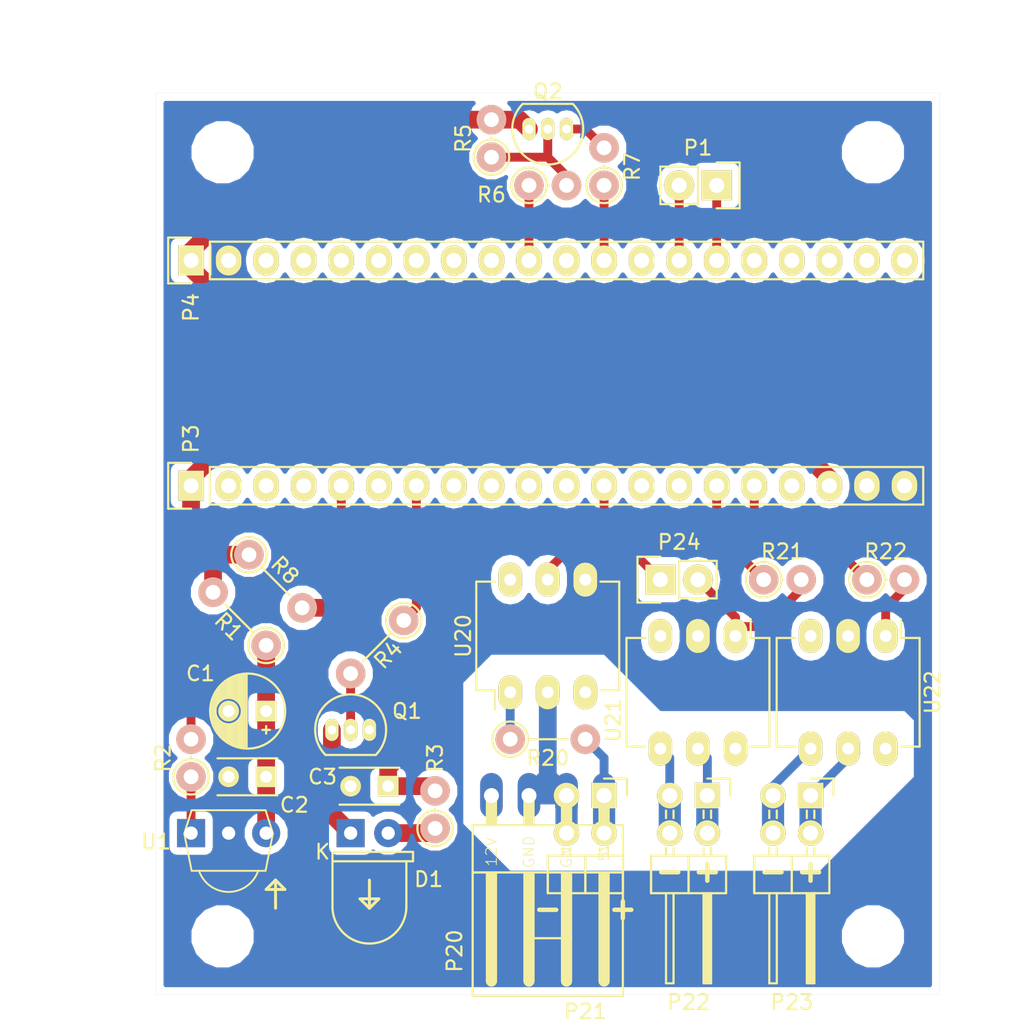
<source format=kicad_pcb>
(kicad_pcb (version 4) (host pcbnew "(2015-12-03 BZR 6346, Git b04f18b)-product")

  (general
    (links 57)
    (no_connects 0)
    (area 91.008573 73.54036 158.732143 142.68)
    (thickness 1.6)
    (drawings 29)
    (tracks 93)
    (zones 0)
    (modules 33)
    (nets 29)
  )

  (page A4)
  (title_block
    (title STM32F103C8T6-DEV-BOARD--HIDIRT-addon)
    (date 2016-05-10)
    (rev A1)
    (company pikim)
  )

  (layers
    (0 Top signal)
    (31 Bottom signal)
    (33 F.Adhes user)
    (35 F.Paste user)
    (37 F.SilkS user)
    (39 F.Mask user)
    (40 Dwgs.User user)
    (41 Cmts.User user)
    (42 Eco1.User user)
    (43 Eco2.User user)
    (44 Edge.Cuts user)
    (45 Margin user)
    (47 F.CrtYd user)
    (49 F.Fab user)
  )

  (setup
    (last_trace_width 0.4)
    (user_trace_width 0.2)
    (user_trace_width 0.25)
    (user_trace_width 0.3)
    (user_trace_width 0.4)
    (user_trace_width 0.6)
    (user_trace_width 0.8)
    (user_trace_width 1)
    (user_trace_width 1.2)
    (trace_clearance 0.3)
    (zone_clearance 0.5)
    (zone_45_only no)
    (trace_min 0.2)
    (segment_width 0.15)
    (edge_width 0.001)
    (via_size 0.6)
    (via_drill 0.4)
    (via_min_size 0.4)
    (via_min_drill 0.3)
    (uvia_size 0.3)
    (uvia_drill 0.1)
    (uvias_allowed no)
    (uvia_min_size 0.2)
    (uvia_min_drill 0.1)
    (pcb_text_width 0.3)
    (pcb_text_size 1.5 1.5)
    (mod_edge_width 0.15)
    (mod_text_size 1 1)
    (mod_text_width 0.15)
    (pad_size 3.2 3.2)
    (pad_drill 3.2)
    (pad_to_mask_clearance 0.2)
    (aux_axis_origin 0 0)
    (visible_elements 7FFEFFFF)
    (pcbplotparams
      (layerselection 0x01120_00000000)
      (usegerberextensions false)
      (excludeedgelayer true)
      (linewidth 0.100000)
      (plotframeref false)
      (viasonmask false)
      (mode 1)
      (useauxorigin false)
      (hpglpennumber 1)
      (hpglpenspeed 20)
      (hpglpendiameter 15)
      (hpglpenoverlay 2)
      (psnegative false)
      (psa4output false)
      (plotreference true)
      (plotvalue true)
      (plotinvisibletext false)
      (padsonsilk false)
      (subtractmaskfromsilk false)
      (outputformat 4)
      (mirror false)
      (drillshape 0)
      (scaleselection 1)
      (outputdirectory ""))
  )

  (net 0 "")
  (net 1 +3V3)
  (net 2 /PB3)
  (net 3 /PA12)
  (net 4 "Net-(Q1-Pad2)")
  (net 5 "Net-(Q2-Pad2)")
  (net 6 "Net-(C1-Pad1)")
  (net 7 GND)
  (net 8 "Net-(D1-Pad2)")
  (net 9 "Net-(D1-Pad1)")
  (net 10 "Net-(P22-Pad1)")
  (net 11 "Net-(P22-Pad3)")
  (net 12 "Net-(Q2-Pad1)")
  (net 13 "Net-(R20-Pad1)")
  (net 14 "Net-(R22-Pad2)")
  (net 15 /PA7)
  (net 16 /PA0)
  (net 17 /PB10)
  (net 18 /PB11)
  (net 19 "Net-(R2-Pad1)")
  (net 20 "Net-(P20-Pad1)")
  (net 21 "Net-(P23-Pad1)")
  (net 22 "Net-(P23-Pad3)")
  (net 23 "Net-(P24-Pad2)")
  (net 24 "Net-(P20-Pad2)")
  (net 25 /PA2)
  (net 26 "Net-(C3-Pad1)")
  (net 27 /PA9)
  (net 28 /PA10)

  (net_class Default "Dies ist die voreingestellte Netzklasse."
    (clearance 0.3)
    (trace_width 0.4)
    (via_dia 0.6)
    (via_drill 0.4)
    (uvia_dia 0.3)
    (uvia_drill 0.1)
    (add_net +3V3)
    (add_net /PA0)
    (add_net /PA10)
    (add_net /PA12)
    (add_net /PA2)
    (add_net /PA7)
    (add_net /PA9)
    (add_net /PB10)
    (add_net /PB11)
    (add_net /PB3)
    (add_net GND)
    (add_net "Net-(C1-Pad1)")
    (add_net "Net-(C3-Pad1)")
    (add_net "Net-(D1-Pad1)")
    (add_net "Net-(D1-Pad2)")
    (add_net "Net-(P20-Pad1)")
    (add_net "Net-(P20-Pad2)")
    (add_net "Net-(P22-Pad1)")
    (add_net "Net-(P22-Pad3)")
    (add_net "Net-(P23-Pad1)")
    (add_net "Net-(P23-Pad3)")
    (add_net "Net-(P24-Pad2)")
    (add_net "Net-(Q1-Pad2)")
    (add_net "Net-(Q2-Pad1)")
    (add_net "Net-(Q2-Pad2)")
    (add_net "Net-(R2-Pad1)")
    (add_net "Net-(R20-Pad1)")
    (add_net "Net-(R22-Pad2)")
  )

  (module Mounting_Holes:MountingHole_3.2mm_M3 (layer Top) (tedit 573223BE) (tstamp 5728FE21)
    (at 105 136.525)
    (descr "Mounting Hole 3.2mm, no annular, M3")
    (tags "mounting hole 3.2mm no annular m3")
    (fp_text reference REF** (at 0 -4.2) (layer F.SilkS) hide
      (effects (font (size 1 1) (thickness 0.15)))
    )
    (fp_text value MountingHole_3.2mm_M3 (at 0 4.2) (layer F.Fab)
      (effects (font (size 1 1) (thickness 0.15)))
    )
    (fp_circle (center 0 0) (end 3.2 0) (layer Cmts.User) (width 0.15))
    (fp_circle (center 0 0) (end 3.45 0) (layer F.CrtYd) (width 0.05))
    (pad 1 np_thru_hole circle (at 0 0) (size 3.2 3.2) (drill 3.2) (layers *.Cu *.Mask F.SilkS))
  )

  (module Mounting_Holes:MountingHole_3.2mm_M3 (layer Top) (tedit 573223C2) (tstamp 5728FAB0)
    (at 149 136.525)
    (descr "Mounting Hole 3.2mm, no annular, M3")
    (tags "mounting hole 3.2mm no annular m3")
    (fp_text reference REF** (at 0 -4.2) (layer F.SilkS) hide
      (effects (font (size 1 1) (thickness 0.15)))
    )
    (fp_text value MountingHole_3.2mm_M3 (at 0 4.2) (layer F.Fab)
      (effects (font (size 1 1) (thickness 0.15)))
    )
    (fp_circle (center 0 0) (end 3.2 0) (layer Cmts.User) (width 0.15))
    (fp_circle (center 0 0) (end 3.45 0) (layer F.CrtYd) (width 0.05))
    (pad 1 np_thru_hole circle (at 0 0) (size 3.2 3.2) (drill 3.2) (layers *.Cu *.Mask F.SilkS))
  )

  (module Mounting_Holes:MountingHole_3.2mm_M3 (layer Top) (tedit 573223C7) (tstamp 5728F962)
    (at 149 83.485)
    (descr "Mounting Hole 3.2mm, no annular, M3")
    (tags "mounting hole 3.2mm no annular m3")
    (fp_text reference REF** (at 0 -4.2) (layer F.SilkS) hide
      (effects (font (size 1 1) (thickness 0.15)))
    )
    (fp_text value MountingHole_3.2mm_M3 (at 0 4.2) (layer F.Fab)
      (effects (font (size 1 1) (thickness 0.15)))
    )
    (fp_circle (center 0 0) (end 3.2 0) (layer Cmts.User) (width 0.15))
    (fp_circle (center 0 0) (end 3.45 0) (layer F.CrtYd) (width 0.05))
    (pad 1 np_thru_hole circle (at 0 0) (size 3.2 3.2) (drill 3.2) (layers *.Cu *.Mask F.SilkS))
  )

  (module Pin_Headers:Pin_Header_Straight_1x20 (layer Top) (tedit 57292062) (tstamp 57151991)
    (at 102.87 90.805 90)
    (descr "Through hole pin header")
    (tags "pin header")
    (path /57170FE4)
    (fp_text reference P4 (at -3.175 0 90) (layer F.SilkS)
      (effects (font (size 1 1) (thickness 0.15)))
    )
    (fp_text value CONN_01X20 (at 0 -3.1 90) (layer F.Fab)
      (effects (font (size 1 1) (thickness 0.15)))
    )
    (fp_line (start -1.75 -1.75) (end -1.75 50.05) (layer F.CrtYd) (width 0.05))
    (fp_line (start 1.75 -1.75) (end 1.75 50.05) (layer F.CrtYd) (width 0.05))
    (fp_line (start -1.75 -1.75) (end 1.75 -1.75) (layer F.CrtYd) (width 0.05))
    (fp_line (start -1.75 50.05) (end 1.75 50.05) (layer F.CrtYd) (width 0.05))
    (fp_line (start 1.27 1.27) (end 1.27 49.53) (layer F.SilkS) (width 0.15))
    (fp_line (start 1.27 49.53) (end -1.27 49.53) (layer F.SilkS) (width 0.15))
    (fp_line (start -1.27 49.53) (end -1.27 1.27) (layer F.SilkS) (width 0.15))
    (fp_line (start 1.55 -1.55) (end 1.55 0) (layer F.SilkS) (width 0.15))
    (fp_line (start 1.27 1.27) (end -1.27 1.27) (layer F.SilkS) (width 0.15))
    (fp_line (start -1.55 0) (end -1.55 -1.55) (layer F.SilkS) (width 0.15))
    (fp_line (start -1.55 -1.55) (end 1.55 -1.55) (layer F.SilkS) (width 0.15))
    (pad 1 thru_hole rect (at 0 0 90) (size 2.032 1.7272) (drill 1.016) (layers *.Cu *.Mask F.SilkS)
      (net 1 +3V3))
    (pad 2 thru_hole oval (at 0 2.54 90) (size 2.032 1.7272) (drill 1.016) (layers *.Cu *.Mask F.SilkS)
      (net 7 GND))
    (pad 3 thru_hole oval (at 0 5.08 90) (size 2.032 1.7272) (drill 1.016) (layers *.Cu *.Mask F.SilkS))
    (pad 4 thru_hole oval (at 0 7.62 90) (size 2.032 1.7272) (drill 1.016) (layers *.Cu *.Mask F.SilkS))
    (pad 5 thru_hole oval (at 0 10.16 90) (size 2.032 1.7272) (drill 1.016) (layers *.Cu *.Mask F.SilkS))
    (pad 6 thru_hole oval (at 0 12.7 90) (size 2.032 1.7272) (drill 1.016) (layers *.Cu *.Mask F.SilkS))
    (pad 7 thru_hole oval (at 0 15.24 90) (size 2.032 1.7272) (drill 1.016) (layers *.Cu *.Mask F.SilkS))
    (pad 8 thru_hole oval (at 0 17.78 90) (size 2.032 1.7272) (drill 1.016) (layers *.Cu *.Mask F.SilkS))
    (pad 9 thru_hole oval (at 0 20.32 90) (size 2.032 1.7272) (drill 1.016) (layers *.Cu *.Mask F.SilkS))
    (pad 10 thru_hole oval (at 0 22.86 90) (size 2.032 1.7272) (drill 1.016) (layers *.Cu *.Mask F.SilkS)
      (net 2 /PB3))
    (pad 11 thru_hole oval (at 0 25.4 90) (size 2.032 1.7272) (drill 1.016) (layers *.Cu *.Mask F.SilkS))
    (pad 12 thru_hole oval (at 0 27.94 90) (size 2.032 1.7272) (drill 1.016) (layers *.Cu *.Mask F.SilkS)
      (net 3 /PA12))
    (pad 13 thru_hole oval (at 0 30.48 90) (size 2.032 1.7272) (drill 1.016) (layers *.Cu *.Mask F.SilkS))
    (pad 14 thru_hole oval (at 0 33.02 90) (size 2.032 1.7272) (drill 1.016) (layers *.Cu *.Mask F.SilkS)
      (net 28 /PA10))
    (pad 15 thru_hole oval (at 0 35.56 90) (size 2.032 1.7272) (drill 1.016) (layers *.Cu *.Mask F.SilkS)
      (net 27 /PA9))
    (pad 16 thru_hole oval (at 0 38.1 90) (size 2.032 1.7272) (drill 1.016) (layers *.Cu *.Mask F.SilkS))
    (pad 17 thru_hole oval (at 0 40.64 90) (size 2.032 1.7272) (drill 1.016) (layers *.Cu *.Mask F.SilkS))
    (pad 18 thru_hole oval (at 0 43.18 90) (size 2.032 1.7272) (drill 1.016) (layers *.Cu *.Mask F.SilkS))
    (pad 19 thru_hole oval (at 0 45.72 90) (size 2.032 1.7272) (drill 1.016) (layers *.Cu *.Mask F.SilkS))
    (pad 20 thru_hole oval (at 0 48.26 90) (size 2.032 1.7272) (drill 1.016) (layers *.Cu *.Mask F.SilkS))
    (model Pin_Headers.3dshapes/Pin_Header_Straight_1x20.wrl
      (at (xyz 0 -0.95 0))
      (scale (xyz 1 1 1))
      (rotate (xyz 0 0 90))
    )
  )

  (module TO_SOT_Packages_THT:TO-92_Inline_Narrow_Oval (layer Top) (tedit 5713D377) (tstamp 5711F532)
    (at 112.395 122.555)
    (descr "TO-92 leads in-line, narrow, oval pads, drill 0.6mm (see NXP sot054_po.pdf)")
    (tags "to-92 sc-43 sc-43a sot54 PA33 transistor")
    (path /5713FFDF)
    (fp_text reference Q1 (at 5.08 -1.27) (layer F.SilkS)
      (effects (font (size 1 1) (thickness 0.15)))
    )
    (fp_text value BC547 (at 0 3) (layer F.Fab)
      (effects (font (size 1 1) (thickness 0.15)))
    )
    (fp_line (start -1.4 1.95) (end -1.4 -2.65) (layer F.CrtYd) (width 0.05))
    (fp_line (start -1.4 1.95) (end 3.95 1.95) (layer F.CrtYd) (width 0.05))
    (fp_line (start -0.43 1.7) (end 2.97 1.7) (layer F.SilkS) (width 0.15))
    (fp_arc (start 1.27 0) (end 1.27 -2.4) (angle -135) (layer F.SilkS) (width 0.15))
    (fp_arc (start 1.27 0) (end 1.27 -2.4) (angle 135) (layer F.SilkS) (width 0.15))
    (fp_line (start -1.4 -2.65) (end 3.95 -2.65) (layer F.CrtYd) (width 0.05))
    (fp_line (start 3.95 1.95) (end 3.95 -2.65) (layer F.CrtYd) (width 0.05))
    (pad 2 thru_hole oval (at 1.27 0 180) (size 0.89916 1.50114) (drill 0.6) (layers *.Cu *.Mask F.SilkS)
      (net 4 "Net-(Q1-Pad2)"))
    (pad 3 thru_hole oval (at 2.54 0 180) (size 0.89916 1.50114) (drill 0.6) (layers *.Cu *.Mask F.SilkS)
      (net 7 GND))
    (pad 1 thru_hole oval (at 0 0 180) (size 0.89916 1.50114) (drill 0.6) (layers *.Cu *.Mask F.SilkS)
      (net 9 "Net-(D1-Pad1)"))
    (model TO_SOT_Packages_THT.3dshapes/TO-92_Inline_Narrow_Oval.wrl
      (at (xyz 0.05 0 0))
      (scale (xyz 1 1 1))
      (rotate (xyz 0 0 -90))
    )
  )

  (module TO_SOT_Packages_THT:TO-92_Inline_Narrow_Oval (layer Top) (tedit 5713D3CC) (tstamp 5711F65C)
    (at 128.27 81.915 180)
    (descr "TO-92 leads in-line, narrow, oval pads, drill 0.6mm (see NXP sot054_po.pdf)")
    (tags "to-92 sc-43 sc-43a sot54 PA33 transistor")
    (path /5714089B)
    (fp_text reference Q2 (at 1.27 2.54 180) (layer F.SilkS)
      (effects (font (size 1 1) (thickness 0.15)))
    )
    (fp_text value BC557 (at 0 3 180) (layer F.Fab)
      (effects (font (size 1 1) (thickness 0.15)))
    )
    (fp_line (start -1.4 1.95) (end -1.4 -2.65) (layer F.CrtYd) (width 0.05))
    (fp_line (start -1.4 1.95) (end 3.95 1.95) (layer F.CrtYd) (width 0.05))
    (fp_line (start -0.43 1.7) (end 2.97 1.7) (layer F.SilkS) (width 0.15))
    (fp_arc (start 1.27 0) (end 1.27 -2.4) (angle -135) (layer F.SilkS) (width 0.15))
    (fp_arc (start 1.27 0) (end 1.27 -2.4) (angle 135) (layer F.SilkS) (width 0.15))
    (fp_line (start -1.4 -2.65) (end 3.95 -2.65) (layer F.CrtYd) (width 0.05))
    (fp_line (start 3.95 1.95) (end 3.95 -2.65) (layer F.CrtYd) (width 0.05))
    (pad 2 thru_hole oval (at 1.27 0) (size 0.89916 1.50114) (drill 0.6) (layers *.Cu *.Mask F.SilkS)
      (net 5 "Net-(Q2-Pad2)"))
    (pad 3 thru_hole oval (at 2.54 0) (size 0.89916 1.50114) (drill 0.6) (layers *.Cu *.Mask F.SilkS)
      (net 1 +3V3))
    (pad 1 thru_hole oval (at 0 0) (size 0.89916 1.50114) (drill 0.6) (layers *.Cu *.Mask F.SilkS)
      (net 12 "Net-(Q2-Pad1)"))
    (model TO_SOT_Packages_THT.3dshapes/TO-92_Inline_Narrow_Oval.wrl
      (at (xyz 0.05 0 0))
      (scale (xyz 1 1 1))
      (rotate (xyz 0 0 -90))
    )
  )

  (module pikim:FLOPPY_PWR (layer Top) (tedit 57140CD3) (tstamp 5711F464)
    (at 127 127 270)
    (path /5716A560)
    (fp_text reference P20 (at 12.065 5.715 270) (layer F.SilkS)
      (effects (font (size 1 1) (thickness 0.15)) (justify left bottom))
    )
    (fp_text value FLOPPY_POWER (at 2.54 6.985 270) (layer F.Fab)
      (effects (font (size 1 1) (thickness 0.15)) (justify left bottom))
    )
    (fp_line (start 5.2 -5.08) (end 5.175 -5.08) (layer F.SilkS) (width 0.1524))
    (fp_line (start 5.175 -5.08) (end 2 -5.08) (layer F.SilkS) (width 0.1524))
    (fp_line (start 12.541 -3.81) (end 5.683 -3.81) (layer F.SilkS) (width 0.762))
    (fp_line (start 12.541 -1.27) (end 9.65 -1.27) (layer F.SilkS) (width 0.762))
    (fp_line (start 9.65 -1.27) (end 5.683 -1.27) (layer F.SilkS) (width 0.762))
    (fp_line (start 12.541 1.27) (end 9.65 1.27) (layer F.SilkS) (width 0.762))
    (fp_line (start 9.65 1.27) (end 5.683 1.27) (layer F.SilkS) (width 0.762))
    (fp_line (start 2 -5.08) (end 2 5.08) (layer F.SilkS) (width 0.1524))
    (fp_line (start 2 5.08) (end 5.175 5.08) (layer F.SilkS) (width 0.1524))
    (fp_line (start 5.175 5.08) (end 5.2 5.08) (layer F.SilkS) (width 0.1524))
    (fp_line (start 5.2 5.08) (end 5.2 -5.08) (layer F.SilkS) (width 0.1524))
    (fp_line (start 12.541 3.81) (end 5.683 3.81) (layer F.SilkS) (width 0.762))
    (fp_line (start 5.2 -5.08) (end 13.55 -5.08) (layer F.SilkS) (width 0.1524))
    (fp_line (start 13.55 -5.08) (end 13.55 5.08) (layer F.SilkS) (width 0.1524))
    (fp_line (start 13.55 5.08) (end 5.2 5.08) (layer F.SilkS) (width 0.1524))
    (fp_line (start 9.65 -1.27) (end 9.65 1.27) (layer F.SilkS) (width 0.1524))
    (fp_text user 5V (at 3.81 -3.81 270) (layer F.SilkS)
      (effects (font (size 0.7239 0.7239) (thickness 0.06096)))
    )
    (fp_text user GND (at 3.81 -1.27 270) (layer F.SilkS)
      (effects (font (size 0.7239 0.7239) (thickness 0.06096)))
    )
    (fp_text user GND (at 3.81 1.27 270) (layer F.SilkS)
      (effects (font (size 0.7239 0.7239) (thickness 0.06096)))
    )
    (fp_text user 12V (at 3.81 3.81 270) (layer F.SilkS)
      (effects (font (size 0.7239 0.7239) (thickness 0.06096)))
    )
    (fp_poly (pts (xy 5.175 -4.191) (xy 5.175 -3.429) (xy 5.683 -3.429) (xy 5.683 -4.191)) (layer F.SilkS) (width 0))
    (fp_poly (pts (xy 5.175 -1.651) (xy 5.175 -0.889) (xy 5.683 -0.889) (xy 5.683 -1.651)) (layer F.SilkS) (width 0))
    (fp_poly (pts (xy 5.175 0.889) (xy 5.175 1.651) (xy 5.683 1.651) (xy 5.683 0.889)) (layer F.SilkS) (width 0))
    (fp_poly (pts (xy 5.175 3.429) (xy 5.175 4.191) (xy 5.683 4.191) (xy 5.683 3.429)) (layer F.SilkS) (width 0))
    (fp_poly (pts (xy -0.3 -4.191) (xy -0.3 -3.429) (xy 2 -3.429) (xy 2 -4.191)) (layer F.SilkS) (width 0))
    (fp_poly (pts (xy -0.3 -1.651) (xy -0.3 -0.889) (xy 2 -0.889) (xy 2 -1.651)) (layer F.SilkS) (width 0))
    (fp_poly (pts (xy -0.3 0.889) (xy -0.3 1.651) (xy 2 1.651) (xy 2 0.889)) (layer F.SilkS) (width 0))
    (fp_poly (pts (xy -0.3 3.429) (xy -0.3 4.191) (xy 2 4.191) (xy 2 3.429)) (layer F.SilkS) (width 0))
    (pad 1 thru_hole oval (at 0 -3.81 270) (size 3.048 1.524) (drill 1.016) (layers *.Cu *.Mask)
      (net 20 "Net-(P20-Pad1)"))
    (pad 2 thru_hole oval (at 0 -1.27 270) (size 3.048 1.524) (drill 1.016) (layers *.Cu *.Mask)
      (net 24 "Net-(P20-Pad2)"))
    (pad 3 thru_hole oval (at 0 1.27 270) (size 3.048 1.524) (drill 1.016) (layers *.Cu *.Mask)
      (net 24 "Net-(P20-Pad2)"))
    (pad 4 thru_hole oval (at 0 3.81 270) (size 3.048 1.524) (drill 1.016) (layers *.Cu *.Mask))
  )

  (module Housings_DIP:DIP-6_W7.62mm_LongPads (layer Top) (tedit 57140B4C) (tstamp 5711F36C)
    (at 139.7 116.205 270)
    (descr "6-lead dip package, row spacing 7.62 mm (300 mils), longer pads")
    (tags "dil dip 2.54 300")
    (path /57165E5E)
    (fp_text reference U21 (at 5.715 8.255 270) (layer F.SilkS)
      (effects (font (size 1 1) (thickness 0.15)))
    )
    (fp_text value 4N32/4N33 (at 0 -3.72 270) (layer F.Fab)
      (effects (font (size 1 1) (thickness 0.15)))
    )
    (fp_line (start -1.4 -2.45) (end -1.4 7.55) (layer F.CrtYd) (width 0.05))
    (fp_line (start 9 -2.45) (end 9 7.55) (layer F.CrtYd) (width 0.05))
    (fp_line (start -1.4 -2.45) (end 9 -2.45) (layer F.CrtYd) (width 0.05))
    (fp_line (start -1.4 7.55) (end 9 7.55) (layer F.CrtYd) (width 0.05))
    (fp_line (start 0.135 -2.295) (end 0.135 -1.025) (layer F.SilkS) (width 0.15))
    (fp_line (start 7.485 -2.295) (end 7.485 -1.025) (layer F.SilkS) (width 0.15))
    (fp_line (start 7.485 7.375) (end 7.485 6.105) (layer F.SilkS) (width 0.15))
    (fp_line (start 0.135 7.375) (end 0.135 6.105) (layer F.SilkS) (width 0.15))
    (fp_line (start 0.135 -2.295) (end 7.485 -2.295) (layer F.SilkS) (width 0.15))
    (fp_line (start 0.135 7.375) (end 7.485 7.375) (layer F.SilkS) (width 0.15))
    (fp_line (start 0.135 -1.025) (end -1.15 -1.025) (layer F.SilkS) (width 0.15))
    (pad 1 thru_hole oval (at 0 0 270) (size 2.3 1.6) (drill 0.8) (layers *.Cu *.Mask F.SilkS)
      (net 23 "Net-(P24-Pad2)"))
    (pad 2 thru_hole oval (at 0 2.54 270) (size 2.3 1.6) (drill 0.8) (layers *.Cu *.Mask F.SilkS)
      (net 7 GND))
    (pad 3 thru_hole oval (at 0 5.08 270) (size 2.3 1.6) (drill 0.8) (layers *.Cu *.Mask F.SilkS))
    (pad 4 thru_hole oval (at 7.62 5.08 270) (size 2.3 1.6) (drill 0.8) (layers *.Cu *.Mask F.SilkS)
      (net 11 "Net-(P22-Pad3)"))
    (pad 5 thru_hole oval (at 7.62 2.54 270) (size 2.3 1.6) (drill 0.8) (layers *.Cu *.Mask F.SilkS)
      (net 10 "Net-(P22-Pad1)"))
    (pad 6 thru_hole oval (at 7.62 0 270) (size 2.3 1.6) (drill 0.8) (layers *.Cu *.Mask F.SilkS))
    (model Housings_DIP.3dshapes/DIP-6_W7.62mm_LongPads.wrl
      (at (xyz 0 0 0))
      (scale (xyz 1 1 1))
      (rotate (xyz 0 0 0))
    )
  )

  (module Housings_DIP:DIP-6_W7.62mm_LongPads (layer Top) (tedit 57140B45) (tstamp 5711F403)
    (at 149.86 116.205 270)
    (descr "6-lead dip package, row spacing 7.62 mm (300 mils), longer pads")
    (tags "dil dip 2.54 300")
    (path /57168064)
    (fp_text reference U22 (at 3.81 -3.175 270) (layer F.SilkS)
      (effects (font (size 1 1) (thickness 0.15)))
    )
    (fp_text value 4N32/4N33 (at 0 -3.72 270) (layer F.Fab)
      (effects (font (size 1 1) (thickness 0.15)))
    )
    (fp_line (start -1.4 -2.45) (end -1.4 7.55) (layer F.CrtYd) (width 0.05))
    (fp_line (start 9 -2.45) (end 9 7.55) (layer F.CrtYd) (width 0.05))
    (fp_line (start -1.4 -2.45) (end 9 -2.45) (layer F.CrtYd) (width 0.05))
    (fp_line (start -1.4 7.55) (end 9 7.55) (layer F.CrtYd) (width 0.05))
    (fp_line (start 0.135 -2.295) (end 0.135 -1.025) (layer F.SilkS) (width 0.15))
    (fp_line (start 7.485 -2.295) (end 7.485 -1.025) (layer F.SilkS) (width 0.15))
    (fp_line (start 7.485 7.375) (end 7.485 6.105) (layer F.SilkS) (width 0.15))
    (fp_line (start 0.135 7.375) (end 0.135 6.105) (layer F.SilkS) (width 0.15))
    (fp_line (start 0.135 -2.295) (end 7.485 -2.295) (layer F.SilkS) (width 0.15))
    (fp_line (start 0.135 7.375) (end 7.485 7.375) (layer F.SilkS) (width 0.15))
    (fp_line (start 0.135 -1.025) (end -1.15 -1.025) (layer F.SilkS) (width 0.15))
    (pad 1 thru_hole oval (at 0 0 270) (size 2.3 1.6) (drill 0.8) (layers *.Cu *.Mask F.SilkS)
      (net 14 "Net-(R22-Pad2)"))
    (pad 2 thru_hole oval (at 0 2.54 270) (size 2.3 1.6) (drill 0.8) (layers *.Cu *.Mask F.SilkS)
      (net 7 GND))
    (pad 3 thru_hole oval (at 0 5.08 270) (size 2.3 1.6) (drill 0.8) (layers *.Cu *.Mask F.SilkS))
    (pad 4 thru_hole oval (at 7.62 5.08 270) (size 2.3 1.6) (drill 0.8) (layers *.Cu *.Mask F.SilkS)
      (net 22 "Net-(P23-Pad3)"))
    (pad 5 thru_hole oval (at 7.62 2.54 270) (size 2.3 1.6) (drill 0.8) (layers *.Cu *.Mask F.SilkS)
      (net 21 "Net-(P23-Pad1)"))
    (pad 6 thru_hole oval (at 7.62 0 270) (size 2.3 1.6) (drill 0.8) (layers *.Cu *.Mask F.SilkS))
    (model Housings_DIP.3dshapes/DIP-6_W7.62mm_LongPads.wrl
      (at (xyz 0 0 0))
      (scale (xyz 1 1 1))
      (rotate (xyz 0 0 0))
    )
  )

  (module Housings_DIP:DIP-6_W7.62mm_LongPads (layer Top) (tedit 57140B5E) (tstamp 5711F43C)
    (at 124.46 120.015 90)
    (descr "6-lead dip package, row spacing 7.62 mm (300 mils), longer pads")
    (tags "dil dip 2.54 300")
    (path /57163BC1)
    (fp_text reference U20 (at 3.81 -3.175 90) (layer F.SilkS)
      (effects (font (size 1 1) (thickness 0.15)))
    )
    (fp_text value 4N32/4N33 (at 0 -3.72 90) (layer F.Fab)
      (effects (font (size 1 1) (thickness 0.15)))
    )
    (fp_line (start -1.4 -2.45) (end -1.4 7.55) (layer F.CrtYd) (width 0.05))
    (fp_line (start 9 -2.45) (end 9 7.55) (layer F.CrtYd) (width 0.05))
    (fp_line (start -1.4 -2.45) (end 9 -2.45) (layer F.CrtYd) (width 0.05))
    (fp_line (start -1.4 7.55) (end 9 7.55) (layer F.CrtYd) (width 0.05))
    (fp_line (start 0.135 -2.295) (end 0.135 -1.025) (layer F.SilkS) (width 0.15))
    (fp_line (start 7.485 -2.295) (end 7.485 -1.025) (layer F.SilkS) (width 0.15))
    (fp_line (start 7.485 7.375) (end 7.485 6.105) (layer F.SilkS) (width 0.15))
    (fp_line (start 0.135 7.375) (end 0.135 6.105) (layer F.SilkS) (width 0.15))
    (fp_line (start 0.135 -2.295) (end 7.485 -2.295) (layer F.SilkS) (width 0.15))
    (fp_line (start 0.135 7.375) (end 7.485 7.375) (layer F.SilkS) (width 0.15))
    (fp_line (start 0.135 -1.025) (end -1.15 -1.025) (layer F.SilkS) (width 0.15))
    (pad 1 thru_hole oval (at 0 0 90) (size 2.3 1.6) (drill 0.8) (layers *.Cu *.Mask F.SilkS)
      (net 13 "Net-(R20-Pad1)"))
    (pad 2 thru_hole oval (at 0 2.54 90) (size 2.3 1.6) (drill 0.8) (layers *.Cu *.Mask F.SilkS)
      (net 24 "Net-(P20-Pad2)"))
    (pad 3 thru_hole oval (at 0 5.08 90) (size 2.3 1.6) (drill 0.8) (layers *.Cu *.Mask F.SilkS))
    (pad 4 thru_hole oval (at 7.62 5.08 90) (size 2.3 1.6) (drill 0.8) (layers *.Cu *.Mask F.SilkS)
      (net 7 GND))
    (pad 5 thru_hole oval (at 7.62 2.54 90) (size 2.3 1.6) (drill 0.8) (layers *.Cu *.Mask F.SilkS)
      (net 15 /PA7))
    (pad 6 thru_hole oval (at 7.62 0 90) (size 2.3 1.6) (drill 0.8) (layers *.Cu *.Mask F.SilkS))
    (model Housings_DIP.3dshapes/DIP-6_W7.62mm_LongPads.wrl
      (at (xyz 0 0 0))
      (scale (xyz 1 1 1))
      (rotate (xyz 0 0 0))
    )
  )

  (module pikim:Resistor_Vertical_RM5.08mm (layer Top) (tedit 571399E6) (tstamp 5711F44B)
    (at 127 123.19)
    (descr "Resistor, Vertical, RM 5.08mm, 1/3W,")
    (tags "Resistor, Vertical, RM 5.08mm, 1/3W,")
    (path /57150890)
    (fp_text reference R20 (at 0 1.27) (layer F.SilkS)
      (effects (font (size 1 1) (thickness 0.15)))
    )
    (fp_text value 100k (at 0 4.50088) (layer F.Fab)
      (effects (font (size 1 1) (thickness 0.15)))
    )
    (fp_line (start -1.34 0) (end 1.34 0) (layer F.SilkS) (width 0.15))
    (fp_circle (center -2.54 0) (end -1.34 0) (layer F.SilkS) (width 0.15))
    (pad 1 thru_hole circle (at -2.54 0) (size 2 2) (drill 1) (layers *.Cu *.SilkS *.Mask)
      (net 13 "Net-(R20-Pad1)"))
    (pad 2 thru_hole circle (at 2.54 0) (size 2 2) (drill 1) (layers *.Cu *.SilkS *.Mask)
      (net 20 "Net-(P20-Pad1)"))
  )

  (module pikim:C_Radial_D5_L11_P2.54 (layer Top) (tedit 57139A6A) (tstamp 5711F3AF)
    (at 107.95 121.285 180)
    (descr "Radial Electrolytic Capacitor Diameter 5mm x Length 11mm, Pitch 2.54mm")
    (tags "Electrolytic Capacitor")
    (path /5717BF2D)
    (fp_text reference C1 (at 4.445 2.54 180) (layer F.SilkS)
      (effects (font (size 1 1) (thickness 0.15)))
    )
    (fp_text value 4u7 (at 1.25 3.8 180) (layer F.Fab)
      (effects (font (size 1 1) (thickness 0.15)))
    )
    (fp_line (start -0.254 -1.27) (end 0.254 -1.27) (layer F.SilkS) (width 0.15))
    (fp_line (start 0 -1.016) (end 0 -1.524) (layer F.SilkS) (width 0.15))
    (fp_line (start 1.325 -2.499) (end 1.325 2.499) (layer F.SilkS) (width 0.15))
    (fp_line (start 1.465 -2.491) (end 1.465 2.491) (layer F.SilkS) (width 0.15))
    (fp_line (start 1.605 -2.475) (end 1.605 2.475) (layer F.SilkS) (width 0.15))
    (fp_line (start 1.745 -2.451) (end 1.745 -0.49) (layer F.SilkS) (width 0.15))
    (fp_line (start 1.745 0.49) (end 1.745 2.451) (layer F.SilkS) (width 0.15))
    (fp_line (start 1.885 -2.418) (end 1.885 -0.657) (layer F.SilkS) (width 0.15))
    (fp_line (start 1.885 0.657) (end 1.885 2.418) (layer F.SilkS) (width 0.15))
    (fp_line (start 2.025 -2.377) (end 2.025 -0.764) (layer F.SilkS) (width 0.15))
    (fp_line (start 2.025 0.764) (end 2.025 2.377) (layer F.SilkS) (width 0.15))
    (fp_line (start 2.165 -2.327) (end 2.165 -0.835) (layer F.SilkS) (width 0.15))
    (fp_line (start 2.165 0.835) (end 2.165 2.327) (layer F.SilkS) (width 0.15))
    (fp_line (start 2.305 -2.266) (end 2.305 -0.879) (layer F.SilkS) (width 0.15))
    (fp_line (start 2.305 0.879) (end 2.305 2.266) (layer F.SilkS) (width 0.15))
    (fp_line (start 2.445 -2.196) (end 2.445 -0.898) (layer F.SilkS) (width 0.15))
    (fp_line (start 2.445 0.898) (end 2.445 2.196) (layer F.SilkS) (width 0.15))
    (fp_line (start 2.585 -2.114) (end 2.585 -0.896) (layer F.SilkS) (width 0.15))
    (fp_line (start 2.585 0.896) (end 2.585 2.114) (layer F.SilkS) (width 0.15))
    (fp_line (start 2.725 -2.019) (end 2.725 -0.9) (layer F.SilkS) (width 0.15))
    (fp_line (start 2.725 0.9) (end 2.725 2.019) (layer F.SilkS) (width 0.15))
    (fp_line (start 2.865 -1.908) (end 2.865 -0.86) (layer F.SilkS) (width 0.15))
    (fp_line (start 2.865 0.86) (end 2.865 1.908) (layer F.SilkS) (width 0.15))
    (fp_line (start 3.005 -1.78) (end 3.005 -0.78) (layer F.SilkS) (width 0.15))
    (fp_line (start 3.005 0.78) (end 3.005 1.78) (layer F.SilkS) (width 0.15))
    (fp_line (start 3.145 -1.631) (end 3.145 -0.67) (layer F.SilkS) (width 0.15))
    (fp_line (start 3.145 0.67) (end 3.145 1.631) (layer F.SilkS) (width 0.15))
    (fp_line (start 3.285 -1.452) (end 3.285 -0.5) (layer F.SilkS) (width 0.15))
    (fp_line (start 3.285 0.5) (end 3.285 1.452) (layer F.SilkS) (width 0.15))
    (fp_line (start 3.425 -1.233) (end 3.425 1.233) (layer F.SilkS) (width 0.15))
    (fp_line (start 3.565 -0.96) (end 3.565 0.96) (layer F.SilkS) (width 0.15))
    (fp_line (start 3.705 -0.555) (end 3.705 0.555) (layer F.SilkS) (width 0.15))
    (fp_circle (center 2.54 0) (end 2.54 -0.9) (layer F.SilkS) (width 0.15))
    (fp_circle (center 1.25 0) (end 1.25 -2.5375) (layer F.SilkS) (width 0.15))
    (fp_circle (center 1.25 0) (end 1.25 -2.8) (layer F.CrtYd) (width 0.05))
    (pad 1 thru_hole rect (at 0 0 180) (size 1.4 1.4) (drill 0.8) (layers *.Cu *.Mask F.SilkS)
      (net 6 "Net-(C1-Pad1)"))
    (pad 2 thru_hole circle (at 2.54 0 180) (size 1.4 1.4) (drill 0.8) (layers *.Cu *.Mask F.SilkS)
      (net 7 GND))
    (model Capacitors_ThroughHole.3dshapes/C_Radial_D5_L11_P2.5.wrl
      (at (xyz 0.049213 0 0))
      (scale (xyz 1 1 1))
      (rotate (xyz 0 0 90))
    )
  )

  (module pikim:Resistor_Vertical_RM2.54mm (layer Top) (tedit 571399FC) (tstamp 5711F3C1)
    (at 142.875 112.395)
    (descr "Resistor, Vertical, RM 2.54mm, 1/3W,")
    (tags "Resistor, Vertical, RM 2.54mm, 1/3W,")
    (path /57150EF1)
    (fp_text reference R21 (at 0 -1.905) (layer F.SilkS)
      (effects (font (size 1 1) (thickness 0.15)))
    )
    (fp_text value 100k (at 0 4.50088) (layer F.Fab)
      (effects (font (size 1 1) (thickness 0.15)))
    )
    (fp_line (start -0.07 0) (end 0.07 0) (layer F.SilkS) (width 0.15))
    (fp_circle (center -1.27 0) (end -0.07 0) (layer F.SilkS) (width 0.15))
    (pad 1 thru_hole circle (at -1.27 0) (size 2 2) (drill 1) (layers *.Cu *.SilkS *.Mask)
      (net 17 /PB10))
    (pad 2 thru_hole circle (at 1.27 0) (size 2 2) (drill 1) (layers *.Cu *.SilkS *.Mask)
      (net 23 "Net-(P24-Pad2)"))
  )

  (module pikim:Resistor_Vertical_RM2.54mm (layer Top) (tedit 571399FC) (tstamp 5711F412)
    (at 149.86 112.395)
    (descr "Resistor, Vertical, RM 2.54mm, 1/3W,")
    (tags "Resistor, Vertical, RM 2.54mm, 1/3W,")
    (path /57151B45)
    (fp_text reference R22 (at 0 -1.905) (layer F.SilkS)
      (effects (font (size 1 1) (thickness 0.15)))
    )
    (fp_text value 100k (at 0 4.50088) (layer F.Fab)
      (effects (font (size 1 1) (thickness 0.15)))
    )
    (fp_line (start -0.07 0) (end 0.07 0) (layer F.SilkS) (width 0.15))
    (fp_circle (center -1.27 0) (end -0.07 0) (layer F.SilkS) (width 0.15))
    (pad 1 thru_hole circle (at -1.27 0) (size 2 2) (drill 1) (layers *.Cu *.SilkS *.Mask)
      (net 18 /PB11))
    (pad 2 thru_hole circle (at 1.27 0) (size 2 2) (drill 1) (layers *.Cu *.SilkS *.Mask)
      (net 14 "Net-(R22-Pad2)"))
  )

  (module pikim:Resistor_Vertical_RM2.54mm (layer Top) (tedit 571399FC) (tstamp 5711F4E3)
    (at 119.38 127.9525 90)
    (descr "Resistor, Vertical, RM 2.54mm, 1/3W,")
    (tags "Resistor, Vertical, RM 2.54mm, 1/3W,")
    (path /57147053)
    (fp_text reference R3 (at 3.4925 0 90) (layer F.SilkS)
      (effects (font (size 1 1) (thickness 0.15)))
    )
    (fp_text value 330 (at 0 4.50088 90) (layer F.Fab)
      (effects (font (size 1 1) (thickness 0.15)))
    )
    (fp_line (start -0.07 0) (end 0.07 0) (layer F.SilkS) (width 0.15))
    (fp_circle (center -1.27 0) (end -0.07 0) (layer F.SilkS) (width 0.15))
    (pad 1 thru_hole circle (at -1.27 0 90) (size 2 2) (drill 1) (layers *.Cu *.SilkS *.Mask)
      (net 8 "Net-(D1-Pad2)"))
    (pad 2 thru_hole circle (at 1.27 0 90) (size 2 2) (drill 1) (layers *.Cu *.SilkS *.Mask)
      (net 26 "Net-(C3-Pad1)"))
  )

  (module pikim:Resistor_Vertical_RM2.54mm (layer Top) (tedit 571399FC) (tstamp 5711F63E)
    (at 123.19 82.55 90)
    (descr "Resistor, Vertical, RM 2.54mm, 1/3W,")
    (tags "Resistor, Vertical, RM 2.54mm, 1/3W,")
    (path /5713EDFA)
    (fp_text reference R5 (at 0 -1.905 90) (layer F.SilkS)
      (effects (font (size 1 1) (thickness 0.15)))
    )
    (fp_text value 220k (at 0 4.50088 90) (layer F.Fab)
      (effects (font (size 1 1) (thickness 0.15)))
    )
    (fp_line (start -0.07 0) (end 0.07 0) (layer F.SilkS) (width 0.15))
    (fp_circle (center -1.27 0) (end -0.07 0) (layer F.SilkS) (width 0.15))
    (pad 1 thru_hole circle (at -1.27 0 90) (size 2 2) (drill 1) (layers *.Cu *.SilkS *.Mask)
      (net 5 "Net-(Q2-Pad2)"))
    (pad 2 thru_hole circle (at 1.27 0 90) (size 2 2) (drill 1) (layers *.Cu *.SilkS *.Mask)
      (net 1 +3V3))
  )

  (module pikim:Resistor_Vertical_RM2.54mm (layer Top) (tedit 571399FC) (tstamp 5711F648)
    (at 127 85.725)
    (descr "Resistor, Vertical, RM 2.54mm, 1/3W,")
    (tags "Resistor, Vertical, RM 2.54mm, 1/3W,")
    (path /5713F758)
    (fp_text reference R6 (at -3.81 0.635) (layer F.SilkS)
      (effects (font (size 1 1) (thickness 0.15)))
    )
    (fp_text value 22k (at 0 4.50088) (layer F.Fab)
      (effects (font (size 1 1) (thickness 0.15)))
    )
    (fp_line (start -0.07 0) (end 0.07 0) (layer F.SilkS) (width 0.15))
    (fp_circle (center -1.27 0) (end -0.07 0) (layer F.SilkS) (width 0.15))
    (pad 1 thru_hole circle (at -1.27 0) (size 2 2) (drill 1) (layers *.Cu *.SilkS *.Mask)
      (net 2 /PB3))
    (pad 2 thru_hole circle (at 1.27 0) (size 2 2) (drill 1) (layers *.Cu *.SilkS *.Mask)
      (net 5 "Net-(Q2-Pad2)"))
  )

  (module pikim:Resistor_Vertical_RM2.54mm (layer Top) (tedit 571399FC) (tstamp 5711F652)
    (at 130.81 84.455 90)
    (descr "Resistor, Vertical, RM 2.54mm, 1/3W,")
    (tags "Resistor, Vertical, RM 2.54mm, 1/3W,")
    (path /57142F35)
    (fp_text reference R7 (at 0 1.905 90) (layer F.SilkS)
      (effects (font (size 1 1) (thickness 0.15)))
    )
    (fp_text value 1k5 (at 0 4.50088 90) (layer F.Fab)
      (effects (font (size 1 1) (thickness 0.15)))
    )
    (fp_line (start -0.07 0) (end 0.07 0) (layer F.SilkS) (width 0.15))
    (fp_circle (center -1.27 0) (end -0.07 0) (layer F.SilkS) (width 0.15))
    (pad 1 thru_hole circle (at -1.27 0 90) (size 2 2) (drill 1) (layers *.Cu *.SilkS *.Mask)
      (net 3 /PA12))
    (pad 2 thru_hole circle (at 1.27 0 90) (size 2 2) (drill 1) (layers *.Cu *.SilkS *.Mask)
      (net 12 "Net-(Q2-Pad1)"))
  )

  (module pikim:Resistor_Vertical_RM2.54mm (layer Top) (tedit 571399FC) (tstamp 5711F504)
    (at 102.87 124.46 90)
    (descr "Resistor, Vertical, RM 2.54mm, 1/3W,")
    (tags "Resistor, Vertical, RM 2.54mm, 1/3W,")
    (path /57144A8E)
    (fp_text reference R2 (at 0 -1.905 90) (layer F.SilkS)
      (effects (font (size 1 1) (thickness 0.15)))
    )
    (fp_text value 47 (at 0 4.50088 90) (layer F.Fab)
      (effects (font (size 1 1) (thickness 0.15)))
    )
    (fp_line (start -0.07 0) (end 0.07 0) (layer F.SilkS) (width 0.15))
    (fp_circle (center -1.27 0) (end -0.07 0) (layer F.SilkS) (width 0.15))
    (pad 1 thru_hole circle (at -1.27 0 90) (size 2 2) (drill 1) (layers *.Cu *.SilkS *.Mask)
      (net 19 "Net-(R2-Pad1)"))
    (pad 2 thru_hole circle (at 1.27 0 90) (size 2 2) (drill 1) (layers *.Cu *.SilkS *.Mask)
      (net 16 /PA0))
  )

  (module pikim:C_Rect_L4_W2.5_P2.54 (layer Top) (tedit 57139A4C) (tstamp 5711F51D)
    (at 116.205 126.365 180)
    (descr "Film Capacitor Length 4mm x Width 2.5mm, Pitch 2.54mm")
    (tags Capacitor)
    (path /57146022)
    (fp_text reference C3 (at 4.445 0.635 180) (layer F.SilkS)
      (effects (font (size 1 1) (thickness 0.15)))
    )
    (fp_text value 100n (at 1.25 2.5 180) (layer F.Fab)
      (effects (font (size 1 1) (thickness 0.15)))
    )
    (fp_line (start -1 -1.5) (end 3.54 -1.5) (layer F.CrtYd) (width 0.05))
    (fp_line (start 3.54 -1.5) (end 3.54 1.5) (layer F.CrtYd) (width 0.05))
    (fp_line (start 3.54 1.5) (end -1 1.5) (layer F.CrtYd) (width 0.05))
    (fp_line (start -1 1.5) (end -1 -1.5) (layer F.CrtYd) (width 0.05))
    (fp_line (start -0.75 -1.25) (end 3.29 -1.25) (layer F.SilkS) (width 0.15))
    (fp_line (start -0.75 1.25) (end 3.29 1.25) (layer F.SilkS) (width 0.15))
    (pad 1 thru_hole rect (at 0 0 180) (size 1.4 1.4) (drill 0.8) (layers *.Cu *.Mask F.SilkS)
      (net 26 "Net-(C3-Pad1)"))
    (pad 2 thru_hole circle (at 2.54 0 180) (size 1.4 1.4) (drill 0.8) (layers *.Cu *.Mask F.SilkS)
      (net 7 GND))
  )

  (module pikim:C_Rect_L4_W2.5_P2.54 (layer Top) (tedit 57139A4C) (tstamp 5711F390)
    (at 107.95 125.73 180)
    (descr "Film Capacitor Length 4mm x Width 2.5mm, Pitch 2.54mm")
    (tags Capacitor)
    (path /57145DAD)
    (fp_text reference C2 (at -1.905 -1.905 180) (layer F.SilkS)
      (effects (font (size 1 1) (thickness 0.15)))
    )
    (fp_text value 100n (at 1.25 2.5 180) (layer F.Fab)
      (effects (font (size 1 1) (thickness 0.15)))
    )
    (fp_line (start -1 -1.5) (end 3.54 -1.5) (layer F.CrtYd) (width 0.05))
    (fp_line (start 3.54 -1.5) (end 3.54 1.5) (layer F.CrtYd) (width 0.05))
    (fp_line (start 3.54 1.5) (end -1 1.5) (layer F.CrtYd) (width 0.05))
    (fp_line (start -1 1.5) (end -1 -1.5) (layer F.CrtYd) (width 0.05))
    (fp_line (start -0.75 -1.25) (end 3.29 -1.25) (layer F.SilkS) (width 0.15))
    (fp_line (start -0.75 1.25) (end 3.29 1.25) (layer F.SilkS) (width 0.15))
    (pad 1 thru_hole rect (at 0 0 180) (size 1.4 1.4) (drill 0.8) (layers *.Cu *.Mask F.SilkS)
      (net 6 "Net-(C1-Pad1)"))
    (pad 2 thru_hole circle (at 2.54 0 180) (size 1.4 1.4) (drill 0.8) (layers *.Cu *.Mask F.SilkS)
      (net 7 GND))
  )

  (module pikim:LED5MM-90° (layer Top) (tedit 57140D19) (tstamp 5711F4ED)
    (at 114.935 129.54)
    (path /57147A17)
    (fp_text reference D1 (at 5.08 2.54 180) (layer F.SilkS)
      (effects (font (size 1 1) (thickness 0.15)) (justify right top))
    )
    (fp_text value LED (at 6.35 8.255) (layer F.Fab)
      (effects (font (size 1 1) (thickness 0.15)) (justify right top))
    )
    (fp_text user K (at -3.175 1.27) (layer F.SilkS)
      (effects (font (size 1 1) (thickness 0.15)))
    )
    (fp_line (start 2.95 1.27) (end -2.5 1.27) (layer F.SilkS) (width 0.1524))
    (fp_line (start 2.95 1.27) (end 2.95 1.905) (layer F.SilkS) (width 0.1524))
    (fp_line (start 2.95 1.905) (end 2.5 1.905) (layer F.SilkS) (width 0.1524))
    (fp_line (start 2.5 1.905) (end -2.5 1.905) (layer F.SilkS) (width 0.1524))
    (fp_line (start -2.5 1.905) (end -2.5 1.27) (layer F.SilkS) (width 0.1524))
    (fp_line (start -2.5 1.905) (end -2.5 4.97) (layer F.SilkS) (width 0.1524))
    (fp_line (start 2.5 1.905) (end 2.5 4.97) (layer F.SilkS) (width 0.1524))
    (fp_arc (start 0 4.97) (end -2.5 4.97) (angle -180) (layer F.SilkS) (width 0.1524))
    (pad 2 thru_hole circle (at 1.27 0) (size 1.9 1.9) (drill 0.9) (layers *.Cu *.Mask)
      (net 8 "Net-(D1-Pad2)"))
    (pad 1 thru_hole rect (at -1.27 0) (size 1.9 1.9) (drill 0.9) (layers *.Cu *.Mask)
      (net 9 "Net-(D1-Pad1)"))
  )

  (module pikim:TSOP34xxx (layer Top) (tedit 5713995A) (tstamp 5711F455)
    (at 105.41 129.54)
    (descr "<b>Case for Vishay TSOP34xxx and others.</b>")
    (path /5715BBBF)
    (fp_text reference U1 (at -3.81 0) (layer F.SilkS)
      (effects (font (size 1 1) (thickness 0.15)) (justify right top))
    )
    (fp_text value TSOP34xxx (at 4.064 4.572) (layer F.Fab)
      (effects (font (size 1 1) (thickness 0.15)) (justify right top))
    )
    (fp_line (start -2.5012 2.55) (end -3.0012 0.0266) (layer F.SilkS) (width 0.127))
    (fp_line (start -3.0012 0.0266) (end -2.5012 -1.55) (layer F.SilkS) (width 0.127))
    (fp_line (start -2.5012 -1.55) (end 2.4988 -1.55) (layer F.SilkS) (width 0.127))
    (fp_line (start 2.4988 -1.55) (end 2.9988 0.0266) (layer F.SilkS) (width 0.127))
    (fp_line (start 2.9988 0.0266) (end 2.4988 2.55) (layer F.SilkS) (width 0.127))
    (fp_line (start 2.4988 2.55) (end 1.9988 2.55) (layer F.SilkS) (width 0.127))
    (fp_line (start 1.9988 2.55) (end -2.0012 2.55) (layer F.SilkS) (width 0.127))
    (fp_line (start -2.0012 2.55) (end -2.5012 2.55) (layer F.SilkS) (width 0.127))
    (fp_arc (start -0.0012 1.8613) (end -2.0012 2.55) (angle -141.997707) (layer F.SilkS) (width 0.127))
    (pad 2 thru_hole circle (at 0 0 90) (size 1.9 1.9) (drill 0.9) (layers *.Cu *.Mask)
      (net 7 GND))
    (pad 3 thru_hole circle (at 2.54 0 90) (size 1.9 1.9) (drill 0.9) (layers *.Cu *.Mask)
      (net 6 "Net-(C1-Pad1)"))
    (pad 1 thru_hole rect (at -2.54 0 90) (size 1.9 1.9) (drill 0.9) (layers *.Cu *.Mask)
      (net 19 "Net-(R2-Pad1)"))
  )

  (module Pin_Headers:Pin_Header_Angled_2x02 (layer Top) (tedit 572911B1) (tstamp 5711F4B3)
    (at 144.78 127 270)
    (descr "Through hole pin header")
    (tags "pin header")
    (path /5715B6CF)
    (fp_text reference P23 (at 13.97 1.27 360) (layer F.SilkS)
      (effects (font (size 1 1) (thickness 0.15)))
    )
    (fp_text value CONN_02X02 (at 0 -3.1 270) (layer F.Fab)
      (effects (font (size 1 1) (thickness 0.15)))
    )
    (fp_line (start -1.35 -1.75) (end -1.35 4.3) (layer F.CrtYd) (width 0.05))
    (fp_line (start 13.2 -1.75) (end 13.2 4.3) (layer F.CrtYd) (width 0.05))
    (fp_line (start -1.35 -1.75) (end 13.2 -1.75) (layer F.CrtYd) (width 0.05))
    (fp_line (start -1.35 4.3) (end 13.2 4.3) (layer F.CrtYd) (width 0.05))
    (fp_line (start 1.524 2.794) (end 1.016 2.794) (layer F.SilkS) (width 0.15))
    (fp_line (start 1.524 2.286) (end 1.016 2.286) (layer F.SilkS) (width 0.15))
    (fp_line (start 1.524 0.254) (end 1.016 0.254) (layer F.SilkS) (width 0.15))
    (fp_line (start 1.524 -0.254) (end 1.016 -0.254) (layer F.SilkS) (width 0.15))
    (fp_line (start 4.064 -0.254) (end 3.556 -0.254) (layer F.SilkS) (width 0.15))
    (fp_line (start 4.064 0.254) (end 3.556 0.254) (layer F.SilkS) (width 0.15))
    (fp_line (start 4.064 2.286) (end 3.556 2.286) (layer F.SilkS) (width 0.15))
    (fp_line (start 4.064 2.794) (end 3.556 2.794) (layer F.SilkS) (width 0.15))
    (fp_line (start 0 -1.55) (end -1.15 -1.55) (layer F.SilkS) (width 0.15))
    (fp_line (start -1.15 -1.55) (end -1.15 0) (layer F.SilkS) (width 0.15))
    (fp_line (start 6.604 -0.127) (end 12.573 -0.127) (layer F.SilkS) (width 0.15))
    (fp_line (start 12.573 -0.127) (end 12.573 0.127) (layer F.SilkS) (width 0.15))
    (fp_line (start 12.573 0.127) (end 6.731 0.127) (layer F.SilkS) (width 0.15))
    (fp_line (start 6.731 0.127) (end 6.731 0) (layer F.SilkS) (width 0.15))
    (fp_line (start 6.731 0) (end 12.573 0) (layer F.SilkS) (width 0.15))
    (fp_line (start 4.064 3.81) (end 6.604 3.81) (layer F.SilkS) (width 0.15))
    (fp_line (start 4.064 1.27) (end 6.604 1.27) (layer F.SilkS) (width 0.15))
    (fp_line (start 4.064 1.27) (end 4.064 3.81) (layer F.SilkS) (width 0.15))
    (fp_line (start 4.064 3.81) (end 6.604 3.81) (layer F.SilkS) (width 0.15))
    (fp_line (start 6.604 2.286) (end 12.7 2.286) (layer F.SilkS) (width 0.15))
    (fp_line (start 12.7 2.286) (end 12.7 2.794) (layer F.SilkS) (width 0.15))
    (fp_line (start 12.7 2.794) (end 6.604 2.794) (layer F.SilkS) (width 0.15))
    (fp_line (start 6.604 3.81) (end 6.604 1.27) (layer F.SilkS) (width 0.15))
    (fp_line (start 6.604 1.27) (end 6.604 -1.27) (layer F.SilkS) (width 0.15))
    (fp_line (start 12.7 0.254) (end 6.604 0.254) (layer F.SilkS) (width 0.15))
    (fp_line (start 12.7 -0.254) (end 12.7 0.254) (layer F.SilkS) (width 0.15))
    (fp_line (start 6.604 -0.254) (end 12.7 -0.254) (layer F.SilkS) (width 0.15))
    (fp_line (start 4.064 1.27) (end 6.604 1.27) (layer F.SilkS) (width 0.15))
    (fp_line (start 4.064 -1.27) (end 4.064 1.27) (layer F.SilkS) (width 0.15))
    (fp_line (start 4.064 -1.27) (end 6.604 -1.27) (layer F.SilkS) (width 0.15))
    (pad 1 thru_hole rect (at 0 0 270) (size 1.7272 1.7272) (drill 1.016) (layers *.Cu *.Mask F.SilkS)
      (net 21 "Net-(P23-Pad1)"))
    (pad 2 thru_hole oval (at 2.54 0 270) (size 1.7272 1.7272) (drill 1.016) (layers *.Cu *.Mask F.SilkS)
      (net 21 "Net-(P23-Pad1)"))
    (pad 3 thru_hole oval (at 0 2.54 270) (size 1.7272 1.7272) (drill 1.016) (layers *.Cu *.Mask F.SilkS)
      (net 22 "Net-(P23-Pad3)"))
    (pad 4 thru_hole oval (at 2.54 2.54 270) (size 1.7272 1.7272) (drill 1.016) (layers *.Cu *.Mask F.SilkS)
      (net 22 "Net-(P23-Pad3)"))
    (model Pin_Headers.3dshapes/Pin_Header_Angled_2x02.wrl
      (at (xyz 0.05 -0.05 0))
      (scale (xyz 1 1 1))
      (rotate (xyz 0 0 90))
    )
  )

  (module Pin_Headers:Pin_Header_Angled_2x02 (layer Top) (tedit 572911B7) (tstamp 5711F4CB)
    (at 137.795 127 270)
    (descr "Through hole pin header")
    (tags "pin header")
    (path /5715B5EB)
    (fp_text reference P22 (at 13.97 1.27 360) (layer F.SilkS)
      (effects (font (size 1 1) (thickness 0.15)))
    )
    (fp_text value CONN_02X02 (at 0 -3.1 270) (layer F.Fab)
      (effects (font (size 1 1) (thickness 0.15)))
    )
    (fp_line (start -1.35 -1.75) (end -1.35 4.3) (layer F.CrtYd) (width 0.05))
    (fp_line (start 13.2 -1.75) (end 13.2 4.3) (layer F.CrtYd) (width 0.05))
    (fp_line (start -1.35 -1.75) (end 13.2 -1.75) (layer F.CrtYd) (width 0.05))
    (fp_line (start -1.35 4.3) (end 13.2 4.3) (layer F.CrtYd) (width 0.05))
    (fp_line (start 1.524 2.794) (end 1.016 2.794) (layer F.SilkS) (width 0.15))
    (fp_line (start 1.524 2.286) (end 1.016 2.286) (layer F.SilkS) (width 0.15))
    (fp_line (start 1.524 0.254) (end 1.016 0.254) (layer F.SilkS) (width 0.15))
    (fp_line (start 1.524 -0.254) (end 1.016 -0.254) (layer F.SilkS) (width 0.15))
    (fp_line (start 4.064 -0.254) (end 3.556 -0.254) (layer F.SilkS) (width 0.15))
    (fp_line (start 4.064 0.254) (end 3.556 0.254) (layer F.SilkS) (width 0.15))
    (fp_line (start 4.064 2.286) (end 3.556 2.286) (layer F.SilkS) (width 0.15))
    (fp_line (start 4.064 2.794) (end 3.556 2.794) (layer F.SilkS) (width 0.15))
    (fp_line (start 0 -1.55) (end -1.15 -1.55) (layer F.SilkS) (width 0.15))
    (fp_line (start -1.15 -1.55) (end -1.15 0) (layer F.SilkS) (width 0.15))
    (fp_line (start 6.604 -0.127) (end 12.573 -0.127) (layer F.SilkS) (width 0.15))
    (fp_line (start 12.573 -0.127) (end 12.573 0.127) (layer F.SilkS) (width 0.15))
    (fp_line (start 12.573 0.127) (end 6.731 0.127) (layer F.SilkS) (width 0.15))
    (fp_line (start 6.731 0.127) (end 6.731 0) (layer F.SilkS) (width 0.15))
    (fp_line (start 6.731 0) (end 12.573 0) (layer F.SilkS) (width 0.15))
    (fp_line (start 4.064 3.81) (end 6.604 3.81) (layer F.SilkS) (width 0.15))
    (fp_line (start 4.064 1.27) (end 6.604 1.27) (layer F.SilkS) (width 0.15))
    (fp_line (start 4.064 1.27) (end 4.064 3.81) (layer F.SilkS) (width 0.15))
    (fp_line (start 4.064 3.81) (end 6.604 3.81) (layer F.SilkS) (width 0.15))
    (fp_line (start 6.604 2.286) (end 12.7 2.286) (layer F.SilkS) (width 0.15))
    (fp_line (start 12.7 2.286) (end 12.7 2.794) (layer F.SilkS) (width 0.15))
    (fp_line (start 12.7 2.794) (end 6.604 2.794) (layer F.SilkS) (width 0.15))
    (fp_line (start 6.604 3.81) (end 6.604 1.27) (layer F.SilkS) (width 0.15))
    (fp_line (start 6.604 1.27) (end 6.604 -1.27) (layer F.SilkS) (width 0.15))
    (fp_line (start 12.7 0.254) (end 6.604 0.254) (layer F.SilkS) (width 0.15))
    (fp_line (start 12.7 -0.254) (end 12.7 0.254) (layer F.SilkS) (width 0.15))
    (fp_line (start 6.604 -0.254) (end 12.7 -0.254) (layer F.SilkS) (width 0.15))
    (fp_line (start 4.064 1.27) (end 6.604 1.27) (layer F.SilkS) (width 0.15))
    (fp_line (start 4.064 -1.27) (end 4.064 1.27) (layer F.SilkS) (width 0.15))
    (fp_line (start 4.064 -1.27) (end 6.604 -1.27) (layer F.SilkS) (width 0.15))
    (pad 1 thru_hole rect (at 0 0 270) (size 1.7272 1.7272) (drill 1.016) (layers *.Cu *.Mask F.SilkS)
      (net 10 "Net-(P22-Pad1)"))
    (pad 2 thru_hole oval (at 2.54 0 270) (size 1.7272 1.7272) (drill 1.016) (layers *.Cu *.Mask F.SilkS)
      (net 10 "Net-(P22-Pad1)"))
    (pad 3 thru_hole oval (at 0 2.54 270) (size 1.7272 1.7272) (drill 1.016) (layers *.Cu *.Mask F.SilkS)
      (net 11 "Net-(P22-Pad3)"))
    (pad 4 thru_hole oval (at 2.54 2.54 270) (size 1.7272 1.7272) (drill 1.016) (layers *.Cu *.Mask F.SilkS)
      (net 11 "Net-(P22-Pad3)"))
    (model Pin_Headers.3dshapes/Pin_Header_Angled_2x02.wrl
      (at (xyz 0.05 -0.05 0))
      (scale (xyz 1 1 1))
      (rotate (xyz 0 0 90))
    )
  )

  (module Pin_Headers:Pin_Header_Straight_1x02 (layer Top) (tedit 572911A1) (tstamp 5711F545)
    (at 134.62 112.395 90)
    (descr "Through hole pin header")
    (tags "pin header")
    (path /57152F4A)
    (fp_text reference P24 (at 2.54 1.27 360) (layer F.SilkS)
      (effects (font (size 1 1) (thickness 0.15)))
    )
    (fp_text value CONN_01X02 (at 0 -3.1 90) (layer F.Fab)
      (effects (font (size 1 1) (thickness 0.15)))
    )
    (fp_line (start 1.27 1.27) (end 1.27 3.81) (layer F.SilkS) (width 0.15))
    (fp_line (start 1.55 -1.55) (end 1.55 0) (layer F.SilkS) (width 0.15))
    (fp_line (start -1.75 -1.75) (end -1.75 4.3) (layer F.CrtYd) (width 0.05))
    (fp_line (start 1.75 -1.75) (end 1.75 4.3) (layer F.CrtYd) (width 0.05))
    (fp_line (start -1.75 -1.75) (end 1.75 -1.75) (layer F.CrtYd) (width 0.05))
    (fp_line (start -1.75 4.3) (end 1.75 4.3) (layer F.CrtYd) (width 0.05))
    (fp_line (start 1.27 1.27) (end -1.27 1.27) (layer F.SilkS) (width 0.15))
    (fp_line (start -1.55 0) (end -1.55 -1.55) (layer F.SilkS) (width 0.15))
    (fp_line (start -1.55 -1.55) (end 1.55 -1.55) (layer F.SilkS) (width 0.15))
    (fp_line (start -1.27 1.27) (end -1.27 3.81) (layer F.SilkS) (width 0.15))
    (fp_line (start -1.27 3.81) (end 1.27 3.81) (layer F.SilkS) (width 0.15))
    (pad 1 thru_hole rect (at 0 0 90) (size 2.032 2.032) (drill 1.016) (layers *.Cu *.Mask F.SilkS)
      (net 15 /PA7))
    (pad 2 thru_hole oval (at 0 2.54 90) (size 2.032 2.032) (drill 1.016) (layers *.Cu *.Mask F.SilkS)
      (net 23 "Net-(P24-Pad2)"))
    (model Pin_Headers.3dshapes/Pin_Header_Straight_1x02.wrl
      (at (xyz 0 -0.05 0))
      (scale (xyz 1 1 1))
      (rotate (xyz 0 0 90))
    )
  )

  (module Pin_Headers:Pin_Header_Straight_1x20 (layer Top) (tedit 5729206A) (tstamp 5715196D)
    (at 102.87 106.045 90)
    (descr "Through hole pin header")
    (tags "pin header")
    (path /57171500)
    (fp_text reference P3 (at 3.175 0 90) (layer F.SilkS)
      (effects (font (size 1 1) (thickness 0.15)))
    )
    (fp_text value CONN_01X20 (at 0 -3.1 90) (layer F.Fab)
      (effects (font (size 1 1) (thickness 0.15)))
    )
    (fp_line (start -1.75 -1.75) (end -1.75 50.05) (layer F.CrtYd) (width 0.05))
    (fp_line (start 1.75 -1.75) (end 1.75 50.05) (layer F.CrtYd) (width 0.05))
    (fp_line (start -1.75 -1.75) (end 1.75 -1.75) (layer F.CrtYd) (width 0.05))
    (fp_line (start -1.75 50.05) (end 1.75 50.05) (layer F.CrtYd) (width 0.05))
    (fp_line (start 1.27 1.27) (end 1.27 49.53) (layer F.SilkS) (width 0.15))
    (fp_line (start 1.27 49.53) (end -1.27 49.53) (layer F.SilkS) (width 0.15))
    (fp_line (start -1.27 49.53) (end -1.27 1.27) (layer F.SilkS) (width 0.15))
    (fp_line (start 1.55 -1.55) (end 1.55 0) (layer F.SilkS) (width 0.15))
    (fp_line (start 1.27 1.27) (end -1.27 1.27) (layer F.SilkS) (width 0.15))
    (fp_line (start -1.55 0) (end -1.55 -1.55) (layer F.SilkS) (width 0.15))
    (fp_line (start -1.55 -1.55) (end 1.55 -1.55) (layer F.SilkS) (width 0.15))
    (pad 1 thru_hole rect (at 0 0 90) (size 2.032 1.7272) (drill 1.016) (layers *.Cu *.Mask F.SilkS)
      (net 1 +3V3))
    (pad 2 thru_hole oval (at 0 2.54 90) (size 2.032 1.7272) (drill 1.016) (layers *.Cu *.Mask F.SilkS))
    (pad 3 thru_hole oval (at 0 5.08 90) (size 2.032 1.7272) (drill 1.016) (layers *.Cu *.Mask F.SilkS))
    (pad 4 thru_hole oval (at 0 7.62 90) (size 2.032 1.7272) (drill 1.016) (layers *.Cu *.Mask F.SilkS))
    (pad 5 thru_hole oval (at 0 10.16 90) (size 2.032 1.7272) (drill 1.016) (layers *.Cu *.Mask F.SilkS)
      (net 16 /PA0))
    (pad 6 thru_hole oval (at 0 12.7 90) (size 2.032 1.7272) (drill 1.016) (layers *.Cu *.Mask F.SilkS))
    (pad 7 thru_hole oval (at 0 15.24 90) (size 2.032 1.7272) (drill 1.016) (layers *.Cu *.Mask F.SilkS)
      (net 25 /PA2))
    (pad 8 thru_hole oval (at 0 17.78 90) (size 2.032 1.7272) (drill 1.016) (layers *.Cu *.Mask F.SilkS))
    (pad 9 thru_hole oval (at 0 20.32 90) (size 2.032 1.7272) (drill 1.016) (layers *.Cu *.Mask F.SilkS))
    (pad 10 thru_hole oval (at 0 22.86 90) (size 2.032 1.7272) (drill 1.016) (layers *.Cu *.Mask F.SilkS))
    (pad 11 thru_hole oval (at 0 25.4 90) (size 2.032 1.7272) (drill 1.016) (layers *.Cu *.Mask F.SilkS))
    (pad 12 thru_hole oval (at 0 27.94 90) (size 2.032 1.7272) (drill 1.016) (layers *.Cu *.Mask F.SilkS)
      (net 15 /PA7))
    (pad 13 thru_hole oval (at 0 30.48 90) (size 2.032 1.7272) (drill 1.016) (layers *.Cu *.Mask F.SilkS))
    (pad 14 thru_hole oval (at 0 33.02 90) (size 2.032 1.7272) (drill 1.016) (layers *.Cu *.Mask F.SilkS))
    (pad 15 thru_hole oval (at 0 35.56 90) (size 2.032 1.7272) (drill 1.016) (layers *.Cu *.Mask F.SilkS)
      (net 17 /PB10))
    (pad 16 thru_hole oval (at 0 38.1 90) (size 2.032 1.7272) (drill 1.016) (layers *.Cu *.Mask F.SilkS)
      (net 18 /PB11))
    (pad 17 thru_hole oval (at 0 40.64 90) (size 2.032 1.7272) (drill 1.016) (layers *.Cu *.Mask F.SilkS))
    (pad 18 thru_hole oval (at 0 43.18 90) (size 2.032 1.7272) (drill 1.016) (layers *.Cu *.Mask F.SilkS)
      (net 1 +3V3))
    (pad 19 thru_hole oval (at 0 45.72 90) (size 2.032 1.7272) (drill 1.016) (layers *.Cu *.Mask F.SilkS)
      (net 7 GND))
    (pad 20 thru_hole oval (at 0 48.26 90) (size 2.032 1.7272) (drill 1.016) (layers *.Cu *.Mask F.SilkS)
      (net 7 GND))
    (model Pin_Headers.3dshapes/Pin_Header_Straight_1x20.wrl
      (at (xyz 0 -0.95 0))
      (scale (xyz 1 1 1))
      (rotate (xyz 0 0 90))
    )
  )

  (module Mounting_Holes:MountingHole_3.2mm_M3 (layer Top) (tedit 573223CA) (tstamp 5728F947)
    (at 105 83.485)
    (descr "Mounting Hole 3.2mm, no annular, M3")
    (tags "mounting hole 3.2mm no annular m3")
    (fp_text reference REF** (at 0 -4.2) (layer F.SilkS) hide
      (effects (font (size 1 1) (thickness 0.15)))
    )
    (fp_text value MountingHole_3.2mm_M3 (at 0 4.2) (layer F.Fab)
      (effects (font (size 1 1) (thickness 0.15)))
    )
    (fp_circle (center 0 0) (end 3.2 0) (layer Cmts.User) (width 0.15))
    (fp_circle (center 0 0) (end 3.45 0) (layer F.CrtYd) (width 0.05))
    (pad 1 np_thru_hole circle (at 0 0) (size 3.2 3.2) (drill 3.2) (layers *.Cu *.Mask F.SilkS))
  )

  (module Pin_Headers:Pin_Header_Angled_2x02 (layer Top) (tedit 0) (tstamp 57291450)
    (at 130.81 127 270)
    (descr "Through hole pin header")
    (tags "pin header")
    (path /572955C3)
    (fp_text reference P21 (at 14.605 1.27 360) (layer F.SilkS)
      (effects (font (size 1 1) (thickness 0.15)))
    )
    (fp_text value CONN_02X02 (at 0 -3.1 270) (layer F.Fab)
      (effects (font (size 1 1) (thickness 0.15)))
    )
    (fp_line (start -1.35 -1.75) (end -1.35 4.3) (layer F.CrtYd) (width 0.05))
    (fp_line (start 13.2 -1.75) (end 13.2 4.3) (layer F.CrtYd) (width 0.05))
    (fp_line (start -1.35 -1.75) (end 13.2 -1.75) (layer F.CrtYd) (width 0.05))
    (fp_line (start -1.35 4.3) (end 13.2 4.3) (layer F.CrtYd) (width 0.05))
    (fp_line (start 1.524 2.794) (end 1.016 2.794) (layer F.SilkS) (width 0.15))
    (fp_line (start 1.524 2.286) (end 1.016 2.286) (layer F.SilkS) (width 0.15))
    (fp_line (start 1.524 0.254) (end 1.016 0.254) (layer F.SilkS) (width 0.15))
    (fp_line (start 1.524 -0.254) (end 1.016 -0.254) (layer F.SilkS) (width 0.15))
    (fp_line (start 4.064 -0.254) (end 3.556 -0.254) (layer F.SilkS) (width 0.15))
    (fp_line (start 4.064 0.254) (end 3.556 0.254) (layer F.SilkS) (width 0.15))
    (fp_line (start 4.064 2.286) (end 3.556 2.286) (layer F.SilkS) (width 0.15))
    (fp_line (start 4.064 2.794) (end 3.556 2.794) (layer F.SilkS) (width 0.15))
    (fp_line (start 0 -1.55) (end -1.15 -1.55) (layer F.SilkS) (width 0.15))
    (fp_line (start -1.15 -1.55) (end -1.15 0) (layer F.SilkS) (width 0.15))
    (fp_line (start 6.604 -0.127) (end 12.573 -0.127) (layer F.SilkS) (width 0.15))
    (fp_line (start 12.573 -0.127) (end 12.573 0.127) (layer F.SilkS) (width 0.15))
    (fp_line (start 12.573 0.127) (end 6.731 0.127) (layer F.SilkS) (width 0.15))
    (fp_line (start 6.731 0.127) (end 6.731 0) (layer F.SilkS) (width 0.15))
    (fp_line (start 6.731 0) (end 12.573 0) (layer F.SilkS) (width 0.15))
    (fp_line (start 4.064 3.81) (end 6.604 3.81) (layer F.SilkS) (width 0.15))
    (fp_line (start 4.064 1.27) (end 6.604 1.27) (layer F.SilkS) (width 0.15))
    (fp_line (start 4.064 1.27) (end 4.064 3.81) (layer F.SilkS) (width 0.15))
    (fp_line (start 4.064 3.81) (end 6.604 3.81) (layer F.SilkS) (width 0.15))
    (fp_line (start 6.604 2.286) (end 12.7 2.286) (layer F.SilkS) (width 0.15))
    (fp_line (start 12.7 2.286) (end 12.7 2.794) (layer F.SilkS) (width 0.15))
    (fp_line (start 12.7 2.794) (end 6.604 2.794) (layer F.SilkS) (width 0.15))
    (fp_line (start 6.604 3.81) (end 6.604 1.27) (layer F.SilkS) (width 0.15))
    (fp_line (start 6.604 1.27) (end 6.604 -1.27) (layer F.SilkS) (width 0.15))
    (fp_line (start 12.7 0.254) (end 6.604 0.254) (layer F.SilkS) (width 0.15))
    (fp_line (start 12.7 -0.254) (end 12.7 0.254) (layer F.SilkS) (width 0.15))
    (fp_line (start 6.604 -0.254) (end 12.7 -0.254) (layer F.SilkS) (width 0.15))
    (fp_line (start 4.064 1.27) (end 6.604 1.27) (layer F.SilkS) (width 0.15))
    (fp_line (start 4.064 -1.27) (end 4.064 1.27) (layer F.SilkS) (width 0.15))
    (fp_line (start 4.064 -1.27) (end 6.604 -1.27) (layer F.SilkS) (width 0.15))
    (pad 1 thru_hole rect (at 0 0 270) (size 1.7272 1.7272) (drill 1.016) (layers *.Cu *.Mask F.SilkS)
      (net 20 "Net-(P20-Pad1)"))
    (pad 2 thru_hole oval (at 2.54 0 270) (size 1.7272 1.7272) (drill 1.016) (layers *.Cu *.Mask F.SilkS)
      (net 20 "Net-(P20-Pad1)"))
    (pad 3 thru_hole oval (at 0 2.54 270) (size 1.7272 1.7272) (drill 1.016) (layers *.Cu *.Mask F.SilkS)
      (net 24 "Net-(P20-Pad2)"))
    (pad 4 thru_hole oval (at 2.54 2.54 270) (size 1.7272 1.7272) (drill 1.016) (layers *.Cu *.Mask F.SilkS)
      (net 24 "Net-(P20-Pad2)"))
    (model Pin_Headers.3dshapes/Pin_Header_Angled_2x02.wrl
      (at (xyz 0.05 -0.05 0))
      (scale (xyz 1 1 1))
      (rotate (xyz 0 0 90))
    )
  )

  (module pikim:Resistor_Vertical_RM5.08mm (layer Top) (tedit 571399E6) (tstamp 5711F4FA)
    (at 115.461051 116.948949 225)
    (descr "Resistor, Vertical, RM 5.08mm, 1/3W,")
    (tags "Resistor, Vertical, RM 5.08mm, 1/3W,")
    (path /5714631E)
    (fp_text reference R4 (at -0.154077 -0.898026 225) (layer F.SilkS)
      (effects (font (size 1 1) (thickness 0.15)))
    )
    (fp_text value 4k7 (at 0 4.50088 225) (layer F.Fab)
      (effects (font (size 1 1) (thickness 0.15)))
    )
    (fp_line (start -1.34 0) (end 1.34 0) (layer F.SilkS) (width 0.15))
    (fp_circle (center -2.54 0) (end -1.34 0) (layer F.SilkS) (width 0.15))
    (pad 1 thru_hole circle (at -2.54 0 225) (size 2 2) (drill 1) (layers *.Cu *.SilkS *.Mask)
      (net 25 /PA2))
    (pad 2 thru_hole circle (at 2.54 0 225) (size 2 2) (drill 1) (layers *.Cu *.SilkS *.Mask)
      (net 4 "Net-(Q1-Pad2)"))
  )

  (module pikim:Resistor_Vertical_RM5.08mm (layer Top) (tedit 571399E6) (tstamp 5711F3A5)
    (at 106.153949 115.043949 135)
    (descr "Resistor, Vertical, RM 5.08mm, 1/3W,")
    (tags "Resistor, Vertical, RM 5.08mm, 1/3W,")
    (path /571449BD)
    (fp_text reference R1 (at 0.154077 -0.898026 135) (layer F.SilkS)
      (effects (font (size 1 1) (thickness 0.15)))
    )
    (fp_text value 100...1k (at 0 4.50088 135) (layer F.Fab)
      (effects (font (size 1 1) (thickness 0.15)))
    )
    (fp_line (start -1.34 0) (end 1.34 0) (layer F.SilkS) (width 0.15))
    (fp_circle (center -2.54 0) (end -1.34 0) (layer F.SilkS) (width 0.15))
    (pad 1 thru_hole circle (at -2.54 0 135) (size 2 2) (drill 1) (layers *.Cu *.SilkS *.Mask)
      (net 6 "Net-(C1-Pad1)"))
    (pad 2 thru_hole circle (at 2.54 0 135) (size 2 2) (drill 1) (layers *.Cu *.SilkS *.Mask)
      (net 1 +3V3))
  )

  (module pikim:Resistor_Vertical_RM5.08mm (layer Top) (tedit 571399E6) (tstamp 57291DAC)
    (at 108.585 112.503949 315)
    (descr "Resistor, Vertical, RM 5.08mm, 1/3W,")
    (tags "Resistor, Vertical, RM 5.08mm, 1/3W,")
    (path /5729D9A2)
    (fp_text reference R8 (at -0.077039 -0.975064 315) (layer F.SilkS)
      (effects (font (size 1 1) (thickness 0.15)))
    )
    (fp_text value 0R (at 0 4.50088 315) (layer F.Fab)
      (effects (font (size 1 1) (thickness 0.15)))
    )
    (fp_line (start -1.34 0) (end 1.34 0) (layer F.SilkS) (width 0.15))
    (fp_circle (center -2.54 0) (end -1.34 0) (layer F.SilkS) (width 0.15))
    (pad 1 thru_hole circle (at -2.54 0 315) (size 2 2) (drill 1) (layers *.Cu *.SilkS *.Mask)
      (net 1 +3V3))
    (pad 2 thru_hole circle (at 2.54 0 315) (size 2 2) (drill 1) (layers *.Cu *.SilkS *.Mask)
      (net 26 "Net-(C3-Pad1)"))
  )

  (module Pin_Headers:Pin_Header_Straight_1x02 (layer Top) (tedit 54EA090C) (tstamp 572FB48B)
    (at 138.43 85.725 270)
    (descr "Through hole pin header")
    (tags "pin header")
    (path /572FAC43)
    (fp_text reference P1 (at -2.54 1.27 360) (layer F.SilkS)
      (effects (font (size 1 1) (thickness 0.15)))
    )
    (fp_text value CONN_01X02 (at 0 -3.1 270) (layer F.Fab)
      (effects (font (size 1 1) (thickness 0.15)))
    )
    (fp_line (start 1.27 1.27) (end 1.27 3.81) (layer F.SilkS) (width 0.15))
    (fp_line (start 1.55 -1.55) (end 1.55 0) (layer F.SilkS) (width 0.15))
    (fp_line (start -1.75 -1.75) (end -1.75 4.3) (layer F.CrtYd) (width 0.05))
    (fp_line (start 1.75 -1.75) (end 1.75 4.3) (layer F.CrtYd) (width 0.05))
    (fp_line (start -1.75 -1.75) (end 1.75 -1.75) (layer F.CrtYd) (width 0.05))
    (fp_line (start -1.75 4.3) (end 1.75 4.3) (layer F.CrtYd) (width 0.05))
    (fp_line (start 1.27 1.27) (end -1.27 1.27) (layer F.SilkS) (width 0.15))
    (fp_line (start -1.55 0) (end -1.55 -1.55) (layer F.SilkS) (width 0.15))
    (fp_line (start -1.55 -1.55) (end 1.55 -1.55) (layer F.SilkS) (width 0.15))
    (fp_line (start -1.27 1.27) (end -1.27 3.81) (layer F.SilkS) (width 0.15))
    (fp_line (start -1.27 3.81) (end 1.27 3.81) (layer F.SilkS) (width 0.15))
    (pad 1 thru_hole rect (at 0 0 270) (size 2.032 2.032) (drill 1.016) (layers *.Cu *.Mask F.SilkS)
      (net 27 /PA9))
    (pad 2 thru_hole oval (at 0 2.54 270) (size 2.032 2.032) (drill 1.016) (layers *.Cu *.Mask F.SilkS)
      (net 28 /PA10))
    (model Pin_Headers.3dshapes/Pin_Header_Straight_1x02.wrl
      (at (xyz 0 -0.05 0))
      (scale (xyz 1 1 1))
      (rotate (xyz 0 0 90))
    )
  )

  (dimension 61 (width 0.3) (layer Dwgs.User)
    (gr_text "61,0 mm" (at 96.230001 109.97 270) (layer Dwgs.User)
      (effects (font (size 1.5 1.5) (thickness 0.3)))
    )
    (feature1 (pts (xy 100.33 140.47) (xy 94.880001 140.47)))
    (feature2 (pts (xy 100.33 79.47) (xy 94.880001 79.47)))
    (crossbar (pts (xy 97.580001 79.47) (xy 97.580001 140.47)))
    (arrow1a (pts (xy 97.580001 140.47) (xy 96.99358 139.343496)))
    (arrow1b (pts (xy 97.580001 140.47) (xy 98.166422 139.343496)))
    (arrow2a (pts (xy 97.580001 79.47) (xy 96.99358 80.596504)))
    (arrow2b (pts (xy 97.580001 79.47) (xy 98.166422 80.596504)))
  )
  (dimension 53 (width 0.3) (layer Dwgs.User)
    (gr_text "53,0 mm" (at 127 75.04036) (layer Dwgs.User)
      (effects (font (size 1.5 1.5) (thickness 0.3)))
    )
    (feature1 (pts (xy 153.5 79.3) (xy 153.5 73.69036)))
    (feature2 (pts (xy 100.5 79.3) (xy 100.5 73.69036)))
    (crossbar (pts (xy 100.5 76.39036) (xy 153.5 76.39036)))
    (arrow1a (pts (xy 153.5 76.39036) (xy 152.373496 76.976781)))
    (arrow1b (pts (xy 153.5 76.39036) (xy 152.373496 75.803939)))
    (arrow2a (pts (xy 100.5 76.39036) (xy 101.626504 76.976781)))
    (arrow2b (pts (xy 100.5 76.39036) (xy 101.626504 75.803939)))
  )
  (gr_line (start 100.5 140.465) (end 100.5 79.465) (layer Edge.Cuts) (width 0.01))
  (gr_line (start 153.5 140.465) (end 100.5 140.465) (layer Edge.Cuts) (width 0.01))
  (gr_line (start 153.5 79.465) (end 153.5 140.465) (layer Edge.Cuts) (width 0.01))
  (gr_line (start 100.5 79.465) (end 153.5 79.465) (layer Edge.Cuts) (width 0.01))
  (gr_text - (at 127 134.62) (layer F.SilkS) (tstamp 5729166E)
    (effects (font (size 1.5 1.5) (thickness 0.3)))
  )
  (gr_text - (at 142.24 132.08) (layer F.SilkS) (tstamp 5729166C)
    (effects (font (size 1.5 1.5) (thickness 0.3)))
  )
  (gr_text + (at 132.08 134.62) (layer F.SilkS) (tstamp 57291657)
    (effects (font (size 1.5 1.5) (thickness 0.3)))
  )
  (gr_text + (at 144.78 132.08) (layer F.SilkS) (tstamp 57291655)
    (effects (font (size 1.5 1.5) (thickness 0.3)))
  )
  (gr_text + (at 137.795 132.08) (layer F.SilkS)
    (effects (font (size 1.5 1.5) (thickness 0.3)))
  )
  (gr_text - (at 135.255 132.08) (layer F.SilkS)
    (effects (font (size 1.5 1.5) (thickness 0.3)))
  )
  (gr_line (start 109.22 133.35) (end 108.585 132.715) (angle 90) (layer F.SilkS) (width 0.2))
  (gr_line (start 107.95 133.35) (end 109.22 133.35) (angle 90) (layer F.SilkS) (width 0.2))
  (gr_line (start 108.585 132.715) (end 107.95 133.35) (angle 90) (layer F.SilkS) (width 0.2))
  (gr_line (start 108.585 134.62) (end 108.585 132.715) (angle 90) (layer F.SilkS) (width 0.2))
  (gr_line (start 114.935 134.62) (end 114.935 132.715) (angle 90) (layer F.SilkS) (width 0.2))
  (gr_line (start 115.57 133.985) (end 114.935 133.985) (angle 90) (layer F.SilkS) (width 0.2))
  (gr_line (start 114.935 134.62) (end 115.57 133.985) (angle 90) (layer F.SilkS) (width 0.2))
  (gr_line (start 114.3 133.985) (end 114.935 133.985) (angle 90) (layer F.SilkS) (width 0.2))
  (gr_line (start 114.935 134.62) (end 114.3 133.985) (angle 90) (layer F.SilkS) (width 0.2))
  (gr_line (start 101.132 86.925) (end 152.916 86.925) (layer Dwgs.User) (width 0.15) (tstamp 3FFD000))
  (gr_line (start 152.916 109.925) (end 101.132 109.925) (layer Dwgs.User) (width 0.15) (tstamp 3FFD800))
  (gr_line (start 153.678 109.163) (end 153.678 87.687) (layer Dwgs.User) (width 0.15) (tstamp 3FFE000))
  (gr_arc (start 152.916 109.163) (end 152.916 109.925) (angle -90) (layer Dwgs.User) (width 0.15) (tstamp 3FFE800))
  (gr_arc (start 152.916 87.687) (end 152.916 86.925) (angle 90) (layer Dwgs.User) (width 0.15) (tstamp 3FFF100))
  (gr_arc (start 101.132 87.687) (end 101.132 86.925) (angle -90) (layer Dwgs.User) (width 0.15) (tstamp 3FFFA00))
  (gr_line (start 100.37 87.687) (end 100.37 109.163) (layer Dwgs.User) (width 0.15) (tstamp 4000300))
  (gr_arc (start 101.132 109.163) (end 100.37 109.163) (angle -90) (layer Dwgs.User) (width 0.15) (tstamp 4000B00))

  (segment (start 128.27 106.299) (end 128.27 106.045) (width 0.6) (layer Top) (net 0))
  (segment (start 102.87 90.17) (end 111.76 81.28) (width 1.2) (layer Top) (net 1))
  (segment (start 111.76 81.28) (end 123.19 81.28) (width 1.2) (layer Top) (net 1))
  (segment (start 102.87 90.805) (end 102.87 90.17) (width 1.2) (layer Top) (net 1))
  (segment (start 102.87 109.22) (end 102.87 106.045) (width 1.2) (layer Top) (net 1))
  (segment (start 104.357898 110.707898) (end 106.788949 110.707898) (width 1.2) (layer Top) (net 1))
  (segment (start 102.87 109.22) (end 104.357898 110.707898) (width 1.2) (layer Top) (net 1))
  (segment (start 104.357898 110.707898) (end 104.357898 113.247898) (width 1.2) (layer Top) (net 1))
  (segment (start 109.982 98.425) (end 102.87 105.537) (width 1.2) (layer Top) (net 1))
  (segment (start 102.87 105.537) (end 102.87 106.045) (width 1.2) (layer Top) (net 1))
  (segment (start 138.938 98.425) (end 146.05 105.537) (width 1.2) (layer Top) (net 1))
  (segment (start 146.05 105.537) (end 146.05 106.045) (width 1.2) (layer Top) (net 1))
  (segment (start 109.982 98.425) (end 138.938 98.425) (width 1.2) (layer Top) (net 1))
  (segment (start 102.87 91.313) (end 109.982 98.425) (width 1.2) (layer Top) (net 1))
  (segment (start 102.87 90.805) (end 102.87 91.313) (width 1.2) (layer Top) (net 1))
  (segment (start 123.19 81.28) (end 125.095 81.28) (width 1.2) (layer Top) (net 1))
  (segment (start 125.095 81.28) (end 125.73 81.915) (width 1.2) (layer Top) (net 1))
  (segment (start 125.73 90.805) (end 125.73 85.725) (width 0.6) (layer Top) (net 2))
  (segment (start 130.81 85.725) (end 130.81 90.805) (width 0.6) (layer Top) (net 3))
  (segment (start 113.665 122.555) (end 113.665 118.745) (width 0.6) (layer Top) (net 4))
  (segment (start 127 83.82) (end 128.27 85.09) (width 0.6) (layer Top) (net 5))
  (segment (start 128.27 85.09) (end 128.27 85.725) (width 0.6) (layer Top) (net 5))
  (segment (start 127 83.82) (end 127 81.915) (width 0.6) (layer Top) (net 5))
  (segment (start 123.19 83.82) (end 127 83.82) (width 0.6) (layer Top) (net 5))
  (segment (start 107.95 121.285) (end 107.95 116.84) (width 1.2) (layer Top) (net 6))
  (segment (start 107.95 125.73) (end 107.95 121.285) (width 1.2) (layer Top) (net 6))
  (segment (start 107.95 129.54) (end 107.95 125.73) (width 1.2) (layer Top) (net 6))
  (segment (start 116.205 129.54) (end 119.0625 129.54) (width 1.2) (layer Top) (net 8))
  (segment (start 119.0625 129.54) (end 119.38 129.2225) (width 1.2) (layer Top) (net 8))
  (segment (start 112.395 123.825) (end 111.887 124.333) (width 1.2) (layer Top) (net 9))
  (segment (start 111.887 124.333) (end 111.887 127.762) (width 1.2) (layer Top) (net 9))
  (segment (start 112.395 122.555) (end 112.395 123.825) (width 1.2) (layer Top) (net 9))
  (segment (start 111.887 127.762) (end 113.665 129.54) (width 1.2) (layer Top) (net 9))
  (segment (start 137.16 123.825) (end 137.795 124.46) (width 0.6) (layer Bottom) (net 10))
  (segment (start 137.795 124.46) (end 137.795 127) (width 0.6) (layer Bottom) (net 10))
  (segment (start 137.795 127) (end 137.795 129.54) (width 1.5) (layer Bottom) (net 10))
  (segment (start 135.255 124.46) (end 135.255 127) (width 0.6) (layer Bottom) (net 11))
  (segment (start 134.62 123.825) (end 135.255 124.46) (width 0.6) (layer Bottom) (net 11))
  (segment (start 135.255 127) (end 135.255 129.54) (width 1.5) (layer Bottom) (net 11))
  (segment (start 130.81 83.185) (end 129.54 81.915) (width 0.6) (layer Top) (net 12))
  (segment (start 129.54 81.915) (end 128.27 81.915) (width 0.6) (layer Top) (net 12))
  (segment (start 124.46 120.015) (end 124.46 123.19) (width 0.6) (layer Bottom) (net 13))
  (segment (start 149.86 114.3) (end 151.13 113.03) (width 0.6) (layer Top) (net 14))
  (segment (start 151.13 113.03) (end 151.13 112.395) (width 0.6) (layer Top) (net 14))
  (segment (start 149.86 116.205) (end 149.86 114.3) (width 0.6) (layer Top) (net 14))
  (segment (start 130.81 109.855) (end 130.81 106.045) (width 0.6) (layer Top) (net 15))
  (segment (start 128.905 109.855) (end 130.81 109.855) (width 0.6) (layer Top) (net 15))
  (segment (start 130.81 109.855) (end 132.08 109.855) (width 0.6) (layer Top) (net 15))
  (segment (start 127 112.395) (end 127 111.76) (width 0.6) (layer Top) (net 15))
  (segment (start 127 111.76) (end 128.905 109.855) (width 0.6) (layer Top) (net 15))
  (segment (start 132.08 109.855) (end 132.715 110.49) (width 0.6) (layer Top) (net 15))
  (segment (start 132.715 110.49) (end 134.62 112.395) (width 0.6) (layer Top) (net 15))
  (segment (start 113.03 107.95) (end 113.03 106.045) (width 0.6) (layer Top) (net 16))
  (segment (start 102.87 123.19) (end 102.87 118.11) (width 0.6) (layer Top) (net 16))
  (segment (start 102.87 118.11) (end 113.03 107.95) (width 0.6) (layer Top) (net 16))
  (segment (start 138.43 109.22) (end 138.43 106.045) (width 0.6) (layer Top) (net 17))
  (segment (start 141.605 112.395) (end 138.43 109.22) (width 0.6) (layer Top) (net 17))
  (segment (start 140.97 106.045) (end 140.97 107.95) (width 0.6) (layer Top) (net 18))
  (segment (start 142.875 109.855) (end 140.97 107.95) (width 0.6) (layer Top) (net 18))
  (segment (start 146.05 109.855) (end 142.875 109.855) (width 0.6) (layer Top) (net 18))
  (segment (start 148.59 112.395) (end 146.05 109.855) (width 0.6) (layer Top) (net 18))
  (segment (start 102.87 129.54) (end 102.87 125.73) (width 0.6) (layer Top) (net 19))
  (segment (start 130.81 127) (end 130.81 129.54) (width 1.5) (layer Bottom) (net 20))
  (segment (start 129.54 123.19) (end 130.81 124.46) (width 0.6) (layer Bottom) (net 20))
  (segment (start 130.81 124.46) (end 130.81 127) (width 0.6) (layer Bottom) (net 20))
  (segment (start 147.32 123.825) (end 147.32 124.46) (width 0.6) (layer Bottom) (net 21))
  (segment (start 147.32 124.46) (end 144.78 127) (width 0.6) (layer Bottom) (net 21))
  (segment (start 144.78 129.54) (end 144.78 127) (width 1.5) (layer Bottom) (net 21))
  (segment (start 142.24 127) (end 142.24 129.54) (width 1.5) (layer Bottom) (net 22))
  (segment (start 144.78 123.825) (end 142.24 126.365) (width 0.6) (layer Bottom) (net 22))
  (segment (start 142.24 126.365) (end 142.24 127) (width 0.6) (layer Bottom) (net 22))
  (segment (start 144.145 112.395) (end 144.145 113.03) (width 0.6) (layer Top) (net 23))
  (segment (start 144.145 113.03) (end 141.605 115.57) (width 0.6) (layer Top) (net 23))
  (segment (start 141.605 115.57) (end 140.335 115.57) (width 0.6) (layer Top) (net 23))
  (segment (start 140.335 115.57) (end 139.7 116.205) (width 0.6) (layer Top) (net 23))
  (segment (start 137.16 112.395) (end 139.7 114.935) (width 0.6) (layer Top) (net 23))
  (segment (start 139.7 114.935) (end 139.7 116.205) (width 0.6) (layer Top) (net 23))
  (segment (start 125.73 127) (end 128.27 127) (width 1.2) (layer Bottom) (net 24))
  (segment (start 128.27 127) (end 128.27 129.54) (width 1.5) (layer Bottom) (net 24))
  (segment (start 127 125.73) (end 128.27 127) (width 1.2) (layer Bottom) (net 24))
  (segment (start 127 120.015) (end 127 125.73) (width 1.2) (layer Bottom) (net 24))
  (segment (start 127 125.73) (end 125.73 127) (width 1.2) (layer Bottom) (net 24))
  (segment (start 118.11 114.3) (end 118.11 106.045) (width 0.6) (layer Top) (net 25))
  (segment (start 117.257102 115.152898) (end 118.11 114.3) (width 0.6) (layer Top) (net 25))
  (segment (start 116.84 118.11) (end 113.03 114.3) (width 1.2) (layer Top) (net 26))
  (segment (start 113.03 114.3) (end 110.381051 114.3) (width 1.2) (layer Top) (net 26))
  (segment (start 116.84 124.46) (end 116.84 118.11) (width 1.2) (layer Top) (net 26))
  (segment (start 116.205 125.095) (end 116.84 124.46) (width 1.2) (layer Top) (net 26))
  (segment (start 116.205 126.365) (end 116.205 125.095) (width 1.2) (layer Top) (net 26))
  (segment (start 116.205 126.365) (end 119.0625 126.365) (width 1.2) (layer Top) (net 26))
  (segment (start 119.0625 126.365) (end 119.38 126.6825) (width 1.2) (layer Top) (net 26))
  (segment (start 138.43 85.725) (end 138.43 90.805) (width 0.6) (layer Top) (net 27))
  (segment (start 135.89 90.805) (end 135.89 85.725) (width 0.6) (layer Top) (net 28))

  (zone (net 7) (net_name GND) (layer Bottom) (tstamp 0) (hatch edge 0.508)
    (connect_pads yes (clearance 0.5))
    (min_thickness 0.3)
    (fill yes (arc_segments 16) (thermal_gap 0.5) (thermal_bridge_width 0.5))
    (polygon
      (pts
        (xy 100.965 80.01) (xy 153.035 80.01) (xy 153.035 139.999808) (xy 100.965 139.999808)
      )
    )
    (filled_polygon
      (pts
        (xy 121.792014 80.34413) (xy 121.540287 80.950355) (xy 121.539715 81.606765) (xy 121.790383 82.213429) (xy 122.126547 82.55018)
        (xy 121.792014 82.88413) (xy 121.540287 83.490355) (xy 121.539715 84.146765) (xy 121.790383 84.753429) (xy 122.25413 85.217986)
        (xy 122.860355 85.469713) (xy 123.516765 85.470285) (xy 124.123429 85.219617) (xy 124.17438 85.168755) (xy 124.080287 85.395355)
        (xy 124.079715 86.051765) (xy 124.330383 86.658429) (xy 124.79413 87.122986) (xy 125.400355 87.374713) (xy 126.056765 87.375285)
        (xy 126.663429 87.124617) (xy 127.00018 86.788453) (xy 127.33413 87.122986) (xy 127.940355 87.374713) (xy 128.596765 87.375285)
        (xy 129.203429 87.124617) (xy 129.54018 86.788453) (xy 129.87413 87.122986) (xy 130.480355 87.374713) (xy 131.136765 87.375285)
        (xy 131.743429 87.124617) (xy 132.207986 86.66087) (xy 132.459713 86.054645) (xy 132.460028 85.692361) (xy 134.224 85.692361)
        (xy 134.224 85.757639) (xy 134.350817 86.39519) (xy 134.71196 86.935679) (xy 135.252449 87.296822) (xy 135.89 87.423639)
        (xy 136.527551 87.296822) (xy 136.857421 87.07641) (xy 136.938947 87.203105) (xy 137.156159 87.35152) (xy 137.414 87.403734)
        (xy 139.446 87.403734) (xy 139.686876 87.35841) (xy 139.908105 87.216053) (xy 140.05652 86.998841) (xy 140.108734 86.741)
        (xy 140.108734 84.709) (xy 140.06341 84.468124) (xy 139.921053 84.246895) (xy 139.703841 84.09848) (xy 139.446 84.046266)
        (xy 137.414 84.046266) (xy 137.173124 84.09159) (xy 136.951895 84.233947) (xy 136.856775 84.373159) (xy 136.527551 84.153178)
        (xy 135.89 84.026361) (xy 135.252449 84.153178) (xy 134.71196 84.514321) (xy 134.350817 85.05481) (xy 134.224 85.692361)
        (xy 132.460028 85.692361) (xy 132.460285 85.398235) (xy 132.209617 84.791571) (xy 131.873453 84.45482) (xy 132.207986 84.12087)
        (xy 132.286997 83.930589) (xy 146.74961 83.930589) (xy 147.091431 84.757858) (xy 147.723813 85.391345) (xy 148.550484 85.734608)
        (xy 149.445589 85.73539) (xy 150.272858 85.393569) (xy 150.906345 84.761187) (xy 151.249608 83.934516) (xy 151.25039 83.039411)
        (xy 150.908569 82.212142) (xy 150.276187 81.578655) (xy 149.449516 81.235392) (xy 148.554411 81.23461) (xy 147.727142 81.576431)
        (xy 147.093655 82.208813) (xy 146.750392 83.035484) (xy 146.74961 83.930589) (xy 132.286997 83.930589) (xy 132.459713 83.514645)
        (xy 132.460285 82.858235) (xy 132.209617 82.251571) (xy 131.74587 81.787014) (xy 131.139645 81.535287) (xy 130.483235 81.534715)
        (xy 129.876571 81.785383) (xy 129.412014 82.24913) (xy 129.328384 82.450532) (xy 129.36958 82.243429) (xy 129.36958 81.586571)
        (xy 129.285879 81.16578) (xy 129.04752 80.809051) (xy 128.690791 80.570692) (xy 128.27 80.486991) (xy 127.849209 80.570692)
        (xy 127.635 80.713822) (xy 127.420791 80.570692) (xy 127 80.486991) (xy 126.579209 80.570692) (xy 126.365 80.713822)
        (xy 126.150791 80.570692) (xy 125.73 80.486991) (xy 125.309209 80.570692) (xy 124.95248 80.809051) (xy 124.840264 80.976993)
        (xy 124.840285 80.953235) (xy 124.589617 80.346571) (xy 124.403371 80.16) (xy 152.845 80.16) (xy 152.845 139.81)
        (xy 101.155 139.81) (xy 101.155 136.970589) (xy 102.74961 136.970589) (xy 103.091431 137.797858) (xy 103.723813 138.431345)
        (xy 104.550484 138.774608) (xy 105.445589 138.77539) (xy 106.272858 138.433569) (xy 106.906345 137.801187) (xy 107.249608 136.974516)
        (xy 107.249611 136.970589) (xy 146.74961 136.970589) (xy 147.091431 137.797858) (xy 147.723813 138.431345) (xy 148.550484 138.774608)
        (xy 149.445589 138.77539) (xy 150.272858 138.433569) (xy 150.906345 137.801187) (xy 151.249608 136.974516) (xy 151.25039 136.079411)
        (xy 150.908569 135.252142) (xy 150.276187 134.618655) (xy 149.449516 134.275392) (xy 148.554411 134.27461) (xy 147.727142 134.616431)
        (xy 147.093655 135.248813) (xy 146.750392 136.075484) (xy 146.74961 136.970589) (xy 107.249611 136.970589) (xy 107.25039 136.079411)
        (xy 106.908569 135.252142) (xy 106.276187 134.618655) (xy 105.449516 134.275392) (xy 104.554411 134.27461) (xy 103.727142 134.616431)
        (xy 103.093655 135.248813) (xy 102.750392 136.075484) (xy 102.74961 136.970589) (xy 101.155 136.970589) (xy 101.155 128.59)
        (xy 101.257266 128.59) (xy 101.257266 130.49) (xy 101.30259 130.730876) (xy 101.444947 130.952105) (xy 101.662159 131.10052)
        (xy 101.92 131.152734) (xy 103.82 131.152734) (xy 104.060876 131.10741) (xy 104.282105 130.965053) (xy 104.43052 130.747841)
        (xy 104.482734 130.49) (xy 104.482734 129.856863) (xy 106.349723 129.856863) (xy 106.592795 130.445143) (xy 107.042489 130.895623)
        (xy 107.630344 131.139722) (xy 108.266863 131.140277) (xy 108.855143 130.897205) (xy 109.305623 130.447511) (xy 109.549722 129.859656)
        (xy 109.550277 129.223137) (xy 109.307205 128.634857) (xy 109.262427 128.59) (xy 112.052266 128.59) (xy 112.052266 130.49)
        (xy 112.09759 130.730876) (xy 112.239947 130.952105) (xy 112.457159 131.10052) (xy 112.715 131.152734) (xy 114.615 131.152734)
        (xy 114.855876 131.10741) (xy 115.077105 130.965053) (xy 115.194819 130.792773) (xy 115.297489 130.895623) (xy 115.885344 131.139722)
        (xy 116.521863 131.140277) (xy 117.110143 130.897205) (xy 117.560623 130.447511) (xy 117.804722 129.859656) (xy 117.804834 129.731067)
        (xy 117.980383 130.155929) (xy 118.44413 130.620486) (xy 119.050355 130.872213) (xy 119.706765 130.872785) (xy 120.313429 130.622117)
        (xy 120.777986 130.15837) (xy 121.029713 129.552145) (xy 121.030285 128.895735) (xy 120.779617 128.289071) (xy 120.443453 127.95232)
        (xy 120.777986 127.61837) (xy 121.029713 127.012145) (xy 121.030285 126.355735) (xy 120.779617 125.749071) (xy 120.31587 125.284514)
        (xy 119.709645 125.032787) (xy 119.053235 125.032215) (xy 118.446571 125.282883) (xy 117.982014 125.74663) (xy 117.730287 126.352855)
        (xy 117.729715 127.009265) (xy 117.980383 127.615929) (xy 118.316547 127.95268) (xy 117.982014 128.28663) (xy 117.730287 128.892855)
        (xy 117.730158 129.041334) (xy 117.562205 128.634857) (xy 117.112511 128.184377) (xy 116.524656 127.940278) (xy 115.888137 127.939723)
        (xy 115.299857 128.182795) (xy 115.193622 128.288845) (xy 115.090053 128.127895) (xy 114.872841 127.97948) (xy 114.615 127.927266)
        (xy 112.715 127.927266) (xy 112.474124 127.97259) (xy 112.252895 128.114947) (xy 112.10448 128.332159) (xy 112.052266 128.59)
        (xy 109.262427 128.59) (xy 108.857511 128.184377) (xy 108.269656 127.940278) (xy 107.633137 127.939723) (xy 107.044857 128.182795)
        (xy 106.594377 128.632489) (xy 106.350278 129.220344) (xy 106.349723 129.856863) (xy 104.482734 129.856863) (xy 104.482734 128.59)
        (xy 104.43741 128.349124) (xy 104.295053 128.127895) (xy 104.077841 127.97948) (xy 103.82 127.927266) (xy 101.92 127.927266)
        (xy 101.679124 127.97259) (xy 101.457895 128.114947) (xy 101.30948 128.332159) (xy 101.257266 128.59) (xy 101.155 128.59)
        (xy 101.155 123.516765) (xy 101.219715 123.516765) (xy 101.470383 124.123429) (xy 101.806547 124.46018) (xy 101.472014 124.79413)
        (xy 101.220287 125.400355) (xy 101.219715 126.056765) (xy 101.470383 126.663429) (xy 101.93413 127.127986) (xy 102.540355 127.379713)
        (xy 103.196765 127.380285) (xy 103.803429 127.129617) (xy 104.267986 126.66587) (xy 104.519713 126.059645) (xy 104.520285 125.403235)
        (xy 104.366068 125.03) (xy 106.587266 125.03) (xy 106.587266 126.43) (xy 106.63259 126.670876) (xy 106.774947 126.892105)
        (xy 106.992159 127.04052) (xy 107.25 127.092734) (xy 108.65 127.092734) (xy 108.890876 127.04741) (xy 109.112105 126.905053)
        (xy 109.26052 126.687841) (xy 109.312734 126.43) (xy 109.312734 125.665) (xy 114.842266 125.665) (xy 114.842266 127.065)
        (xy 114.88759 127.305876) (xy 115.029947 127.527105) (xy 115.247159 127.67552) (xy 115.505 127.727734) (xy 116.905 127.727734)
        (xy 117.145876 127.68241) (xy 117.367105 127.540053) (xy 117.51552 127.322841) (xy 117.567734 127.065) (xy 117.567734 125.665)
        (xy 117.52241 125.424124) (xy 117.380053 125.202895) (xy 117.162841 125.05448) (xy 116.905 125.002266) (xy 115.505 125.002266)
        (xy 115.264124 125.04759) (xy 115.042895 125.189947) (xy 114.89448 125.407159) (xy 114.842266 125.665) (xy 109.312734 125.665)
        (xy 109.312734 125.03) (xy 109.26741 124.789124) (xy 109.125053 124.567895) (xy 108.907841 124.41948) (xy 108.65 124.367266)
        (xy 107.25 124.367266) (xy 107.009124 124.41259) (xy 106.787895 124.554947) (xy 106.63948 124.772159) (xy 106.587266 125.03)
        (xy 104.366068 125.03) (xy 104.269617 124.796571) (xy 103.933453 124.45982) (xy 104.267986 124.12587) (xy 104.519713 123.519645)
        (xy 104.520285 122.863235) (xy 104.269617 122.256571) (xy 103.80587 121.792014) (xy 103.199645 121.540287) (xy 102.543235 121.539715)
        (xy 101.936571 121.790383) (xy 101.472014 122.25413) (xy 101.220287 122.860355) (xy 101.219715 123.516765) (xy 101.155 123.516765)
        (xy 101.155 120.585) (xy 106.587266 120.585) (xy 106.587266 121.985) (xy 106.63259 122.225876) (xy 106.774947 122.447105)
        (xy 106.992159 122.59552) (xy 107.25 122.647734) (xy 108.65 122.647734) (xy 108.890876 122.60241) (xy 109.112105 122.460053)
        (xy 109.26052 122.242841) (xy 109.263814 122.226571) (xy 111.29542 122.226571) (xy 111.29542 122.883429) (xy 111.379121 123.30422)
        (xy 111.61748 123.660949) (xy 111.974209 123.899308) (xy 112.395 123.983009) (xy 112.815791 123.899308) (xy 113.03 123.756178)
        (xy 113.244209 123.899308) (xy 113.665 123.983009) (xy 114.085791 123.899308) (xy 114.44252 123.660949) (xy 114.680879 123.30422)
        (xy 114.76458 122.883429) (xy 114.76458 122.226571) (xy 114.680879 121.80578) (xy 114.44252 121.449051) (xy 114.085791 121.210692)
        (xy 113.665 121.126991) (xy 113.244209 121.210692) (xy 113.03 121.353822) (xy 112.815791 121.210692) (xy 112.395 121.126991)
        (xy 111.974209 121.210692) (xy 111.61748 121.449051) (xy 111.379121 121.80578) (xy 111.29542 122.226571) (xy 109.263814 122.226571)
        (xy 109.312734 121.985) (xy 109.312734 120.585) (xy 109.26741 120.344124) (xy 109.125053 120.122895) (xy 108.907841 119.97448)
        (xy 108.65 119.922266) (xy 107.25 119.922266) (xy 107.009124 119.96759) (xy 106.787895 120.109947) (xy 106.63948 120.327159)
        (xy 106.587266 120.585) (xy 101.155 120.585) (xy 101.155 119.071765) (xy 112.014715 119.071765) (xy 112.265383 119.678429)
        (xy 112.72913 120.142986) (xy 113.335355 120.394713) (xy 113.991765 120.395285) (xy 114.598429 120.144617) (xy 115.062986 119.68087)
        (xy 115.187918 119.38) (xy 121.135 119.38) (xy 121.135 128.905) (xy 121.146025 128.961444) (xy 121.178934 129.011066)
        (xy 124.353934 132.186066) (xy 124.401642 132.218182) (xy 124.46 132.23) (xy 145.415 132.23) (xy 145.471444 132.218975)
        (xy 145.521066 132.186066) (xy 151.871066 125.836066) (xy 151.903182 125.788358) (xy 151.915 125.73) (xy 151.915 121.92)
        (xy 151.903975 121.863556) (xy 151.871066 121.813934) (xy 151.236066 121.178934) (xy 151.188358 121.146818) (xy 151.13 121.135)
        (xy 134.682132 121.135) (xy 130.916066 117.368934) (xy 130.868358 117.336818) (xy 130.81 117.325) (xy 123.19 117.325)
        (xy 123.133556 117.336025) (xy 123.083934 117.368934) (xy 121.178934 119.273934) (xy 121.146818 119.321642) (xy 121.135 119.38)
        (xy 115.187918 119.38) (xy 115.314713 119.074645) (xy 115.315285 118.418235) (xy 115.064617 117.811571) (xy 114.60087 117.347014)
        (xy 113.994645 117.095287) (xy 113.338235 117.094715) (xy 112.731571 117.345383) (xy 112.267014 117.80913) (xy 112.015287 118.415355)
        (xy 112.014715 119.071765) (xy 101.155 119.071765) (xy 101.155 117.166765) (xy 106.299715 117.166765) (xy 106.550383 117.773429)
        (xy 107.01413 118.237986) (xy 107.620355 118.489713) (xy 108.276765 118.490285) (xy 108.883429 118.239617) (xy 109.347986 117.77587)
        (xy 109.599713 117.169645) (xy 109.600285 116.513235) (xy 109.349617 115.906571) (xy 108.88587 115.442014) (xy 108.279645 115.190287)
        (xy 107.623235 115.189715) (xy 107.016571 115.440383) (xy 106.552014 115.90413) (xy 106.300287 116.510355) (xy 106.299715 117.166765)
        (xy 101.155 117.166765) (xy 101.155 113.574663) (xy 102.707613 113.574663) (xy 102.958281 114.181327) (xy 103.422028 114.645884)
        (xy 104.028253 114.897611) (xy 104.684663 114.898183) (xy 105.291327 114.647515) (xy 105.312113 114.626765) (xy 108.730766 114.626765)
        (xy 108.981434 115.233429) (xy 109.445181 115.697986) (xy 110.051406 115.949713) (xy 110.707816 115.950285) (xy 111.31448 115.699617)
        (xy 111.534818 115.479663) (xy 115.606817 115.479663) (xy 115.857485 116.086327) (xy 116.321232 116.550884) (xy 116.927457 116.802611)
        (xy 117.583867 116.803183) (xy 118.190531 116.552515) (xy 118.655088 116.088768) (xy 118.7668 115.819736) (xy 133.17 115.819736)
        (xy 133.17 116.590264) (xy 133.280375 117.145155) (xy 133.594695 117.615569) (xy 134.065109 117.929889) (xy 134.62 118.040264)
        (xy 135.174891 117.929889) (xy 135.645305 117.615569) (xy 135.959625 117.145155) (xy 136.07 116.590264) (xy 136.07 115.819736)
        (xy 138.25 115.819736) (xy 138.25 116.590264) (xy 138.360375 117.145155) (xy 138.674695 117.615569) (xy 139.145109 117.929889)
        (xy 139.7 118.040264) (xy 140.254891 117.929889) (xy 140.725305 117.615569) (xy 141.039625 117.145155) (xy 141.15 116.590264)
        (xy 141.15 115.819736) (xy 143.33 115.819736) (xy 143.33 116.590264) (xy 143.440375 117.145155) (xy 143.754695 117.615569)
        (xy 144.225109 117.929889) (xy 144.78 118.040264) (xy 145.334891 117.929889) (xy 145.805305 117.615569) (xy 146.119625 117.145155)
        (xy 146.23 116.590264) (xy 146.23 115.819736) (xy 148.41 115.819736) (xy 148.41 116.590264) (xy 148.520375 117.145155)
        (xy 148.834695 117.615569) (xy 149.305109 117.929889) (xy 149.86 118.040264) (xy 150.414891 117.929889) (xy 150.885305 117.615569)
        (xy 151.199625 117.145155) (xy 151.31 116.590264) (xy 151.31 115.819736) (xy 151.199625 115.264845) (xy 150.885305 114.794431)
        (xy 150.414891 114.480111) (xy 149.86 114.369736) (xy 149.305109 114.480111) (xy 148.834695 114.794431) (xy 148.520375 115.264845)
        (xy 148.41 115.819736) (xy 146.23 115.819736) (xy 146.119625 115.264845) (xy 145.805305 114.794431) (xy 145.334891 114.480111)
        (xy 144.78 114.369736) (xy 144.225109 114.480111) (xy 143.754695 114.794431) (xy 143.440375 115.264845) (xy 143.33 115.819736)
        (xy 141.15 115.819736) (xy 141.039625 115.264845) (xy 140.725305 114.794431) (xy 140.254891 114.480111) (xy 139.7 114.369736)
        (xy 139.145109 114.480111) (xy 138.674695 114.794431) (xy 138.360375 115.264845) (xy 138.25 115.819736) (xy 136.07 115.819736)
        (xy 135.959625 115.264845) (xy 135.645305 114.794431) (xy 135.174891 114.480111) (xy 134.62 114.369736) (xy 134.065109 114.480111)
        (xy 133.594695 114.794431) (xy 133.280375 115.264845) (xy 133.17 115.819736) (xy 118.7668 115.819736) (xy 118.906815 115.482543)
        (xy 118.907387 114.826133) (xy 118.656719 114.219469) (xy 118.192972 113.754912) (xy 117.586747 113.503185) (xy 116.930337 113.502613)
        (xy 116.323673 113.753281) (xy 115.859116 114.217028) (xy 115.607389 114.823253) (xy 115.606817 115.479663) (xy 111.534818 115.479663)
        (xy 111.779037 115.23587) (xy 112.030764 114.629645) (xy 112.031336 113.973235) (xy 111.780668 113.366571) (xy 111.316921 112.902014)
        (xy 110.710696 112.650287) (xy 110.054286 112.649715) (xy 109.447622 112.900383) (xy 108.983065 113.36413) (xy 108.731338 113.970355)
        (xy 108.730766 114.626765) (xy 105.312113 114.626765) (xy 105.755884 114.183768) (xy 106.007611 113.577543) (xy 106.008183 112.921133)
        (xy 105.757515 112.314469) (xy 105.293768 111.849912) (xy 104.687543 111.598185) (xy 104.031133 111.597613) (xy 103.424469 111.848281)
        (xy 102.959912 112.312028) (xy 102.708185 112.918253) (xy 102.707613 113.574663) (xy 101.155 113.574663) (xy 101.155 111.034663)
        (xy 105.138664 111.034663) (xy 105.389332 111.641327) (xy 105.853079 112.105884) (xy 106.459304 112.357611) (xy 107.115714 112.358183)
        (xy 107.722378 112.107515) (xy 107.820327 112.009736) (xy 123.01 112.009736) (xy 123.01 112.780264) (xy 123.120375 113.335155)
        (xy 123.434695 113.805569) (xy 123.905109 114.119889) (xy 124.46 114.230264) (xy 125.014891 114.119889) (xy 125.485305 113.805569)
        (xy 125.73 113.439356) (xy 125.974695 113.805569) (xy 126.445109 114.119889) (xy 127 114.230264) (xy 127.554891 114.119889)
        (xy 128.025305 113.805569) (xy 128.339625 113.335155) (xy 128.45 112.780264) (xy 128.45 112.009736) (xy 128.339625 111.454845)
        (xy 128.288948 111.379) (xy 132.941266 111.379) (xy 132.941266 113.411) (xy 132.98659 113.651876) (xy 133.128947 113.873105)
        (xy 133.346159 114.02152) (xy 133.604 114.073734) (xy 135.636 114.073734) (xy 135.876876 114.02841) (xy 136.098105 113.886053)
        (xy 136.193225 113.746841) (xy 136.522449 113.966822) (xy 137.16 114.093639) (xy 137.797551 113.966822) (xy 138.33804 113.605679)
        (xy 138.699183 113.06519) (xy 138.767494 112.721765) (xy 139.954715 112.721765) (xy 140.205383 113.328429) (xy 140.66913 113.792986)
        (xy 141.275355 114.044713) (xy 141.931765 114.045285) (xy 142.538429 113.794617) (xy 142.87518 113.458453) (xy 143.20913 113.792986)
        (xy 143.815355 114.044713) (xy 144.471765 114.045285) (xy 145.078429 113.794617) (xy 145.542986 113.33087) (xy 145.794713 112.724645)
        (xy 145.794715 112.721765) (xy 146.939715 112.721765) (xy 147.190383 113.328429) (xy 147.65413 113.792986) (xy 148.260355 114.044713)
        (xy 148.916765 114.045285) (xy 149.523429 113.794617) (xy 149.86018 113.458453) (xy 150.19413 113.792986) (xy 150.800355 114.044713)
        (xy 151.456765 114.045285) (xy 152.063429 113.794617) (xy 152.527986 113.33087) (xy 152.779713 112.724645) (xy 152.780285 112.068235)
        (xy 152.529617 111.461571) (xy 152.06587 110.997014) (xy 151.459645 110.745287) (xy 150.803235 110.744715) (xy 150.196571 110.995383)
        (xy 149.85982 111.331547) (xy 149.52587 110.997014) (xy 148.919645 110.745287) (xy 148.263235 110.744715) (xy 147.656571 110.995383)
        (xy 147.192014 111.45913) (xy 146.940287 112.065355) (xy 146.939715 112.721765) (xy 145.794715 112.721765) (xy 145.795285 112.068235)
        (xy 145.544617 111.461571) (xy 145.08087 110.997014) (xy 144.474645 110.745287) (xy 143.818235 110.744715) (xy 143.211571 110.995383)
        (xy 142.87482 111.331547) (xy 142.54087 110.997014) (xy 141.934645 110.745287) (xy 141.278235 110.744715) (xy 140.671571 110.995383)
        (xy 140.207014 111.45913) (xy 139.955287 112.065355) (xy 139.954715 112.721765) (xy 138.767494 112.721765) (xy 138.826 112.427639)
        (xy 138.826 112.362361) (xy 138.699183 111.72481) (xy 138.33804 111.184321) (xy 137.797551 110.823178) (xy 137.16 110.696361)
        (xy 136.522449 110.823178) (xy 136.192579 111.04359) (xy 136.111053 110.916895) (xy 135.893841 110.76848) (xy 135.636 110.716266)
        (xy 133.604 110.716266) (xy 133.363124 110.76159) (xy 133.141895 110.903947) (xy 132.99348 111.121159) (xy 132.941266 111.379)
        (xy 128.288948 111.379) (xy 128.025305 110.984431) (xy 127.554891 110.670111) (xy 127 110.559736) (xy 126.445109 110.670111)
        (xy 125.974695 110.984431) (xy 125.73 111.350644) (xy 125.485305 110.984431) (xy 125.014891 110.670111) (xy 124.46 110.559736)
        (xy 123.905109 110.670111) (xy 123.434695 110.984431) (xy 123.120375 111.454845) (xy 123.01 112.009736) (xy 107.820327 112.009736)
        (xy 108.186935 111.643768) (xy 108.438662 111.037543) (xy 108.439234 110.381133) (xy 108.188566 109.774469) (xy 107.724819 109.309912)
        (xy 107.118594 109.058185) (xy 106.462184 109.057613) (xy 105.85552 109.308281) (xy 105.390963 109.772028) (xy 105.139236 110.378253)
        (xy 105.138664 111.034663) (xy 101.155 111.034663) (xy 101.155 105.029) (xy 101.343666 105.029) (xy 101.343666 107.061)
        (xy 101.38899 107.301876) (xy 101.531347 107.523105) (xy 101.748559 107.67152) (xy 102.0064 107.723734) (xy 103.7336 107.723734)
        (xy 103.974476 107.67841) (xy 104.195705 107.536053) (xy 104.34412 107.318841) (xy 104.3469 107.305112) (xy 104.83077 107.628423)
        (xy 105.41 107.743639) (xy 105.98923 107.628423) (xy 106.480277 107.300316) (xy 106.68 107.001409) (xy 106.879723 107.300316)
        (xy 107.37077 107.628423) (xy 107.95 107.743639) (xy 108.52923 107.628423) (xy 109.020277 107.300316) (xy 109.22 107.001409)
        (xy 109.419723 107.300316) (xy 109.91077 107.628423) (xy 110.49 107.743639) (xy 111.06923 107.628423) (xy 111.560277 107.300316)
        (xy 111.76 107.001409) (xy 111.959723 107.300316) (xy 112.45077 107.628423) (xy 113.03 107.743639) (xy 113.60923 107.628423)
        (xy 114.100277 107.300316) (xy 114.3 107.001409) (xy 114.499723 107.300316) (xy 114.99077 107.628423) (xy 115.57 107.743639)
        (xy 116.14923 107.628423) (xy 116.640277 107.300316) (xy 116.84 107.001409) (xy 117.039723 107.300316) (xy 117.53077 107.628423)
        (xy 118.11 107.743639) (xy 118.68923 107.628423) (xy 119.180277 107.300316) (xy 119.38 107.001409) (xy 119.579723 107.300316)
        (xy 120.07077 107.628423) (xy 120.65 107.743639) (xy 121.22923 107.628423) (xy 121.720277 107.300316) (xy 121.92 107.001409)
        (xy 122.119723 107.300316) (xy 122.61077 107.628423) (xy 123.19 107.743639) (xy 123.76923 107.628423) (xy 124.260277 107.300316)
        (xy 124.46 107.001409) (xy 124.659723 107.300316) (xy 125.15077 107.628423) (xy 125.73 107.743639) (xy 126.30923 107.628423)
        (xy 126.800277 107.300316) (xy 127 107.001409) (xy 127.199723 107.300316) (xy 127.69077 107.628423) (xy 128.27 107.743639)
        (xy 128.84923 107.628423) (xy 129.340277 107.300316) (xy 129.54 107.001409) (xy 129.739723 107.300316) (xy 130.23077 107.628423)
        (xy 130.81 107.743639) (xy 131.38923 107.628423) (xy 131.880277 107.300316) (xy 132.08 107.001409) (xy 132.279723 107.300316)
        (xy 132.77077 107.628423) (xy 133.35 107.743639) (xy 133.92923 107.628423) (xy 134.420277 107.300316) (xy 134.62 107.001409)
        (xy 134.819723 107.300316) (xy 135.31077 107.628423) (xy 135.89 107.743639) (xy 136.46923 107.628423) (xy 136.960277 107.300316)
        (xy 137.16 107.001409) (xy 137.359723 107.300316) (xy 137.85077 107.628423) (xy 138.43 107.743639) (xy 139.00923 107.628423)
        (xy 139.500277 107.300316) (xy 139.7 107.001409) (xy 139.899723 107.300316) (xy 140.39077 107.628423) (xy 140.97 107.743639)
        (xy 141.54923 107.628423) (xy 142.040277 107.300316) (xy 142.24 107.001409) (xy 142.439723 107.300316) (xy 142.93077 107.628423)
        (xy 143.51 107.743639) (xy 144.08923 107.628423) (xy 144.580277 107.300316) (xy 144.78 107.001409) (xy 144.979723 107.300316)
        (xy 145.47077 107.628423) (xy 146.05 107.743639) (xy 146.62923 107.628423) (xy 147.120277 107.300316) (xy 147.448384 106.809269)
        (xy 147.5636 106.230039) (xy 147.5636 105.859961) (xy 147.448384 105.280731) (xy 147.120277 104.789684) (xy 146.62923 104.461577)
        (xy 146.05 104.346361) (xy 145.47077 104.461577) (xy 144.979723 104.789684) (xy 144.78 105.088591) (xy 144.580277 104.789684)
        (xy 144.08923 104.461577) (xy 143.51 104.346361) (xy 142.93077 104.461577) (xy 142.439723 104.789684) (xy 142.24 105.088591)
        (xy 142.040277 104.789684) (xy 141.54923 104.461577) (xy 140.97 104.346361) (xy 140.39077 104.461577) (xy 139.899723 104.789684)
        (xy 139.7 105.088591) (xy 139.500277 104.789684) (xy 139.00923 104.461577) (xy 138.43 104.346361) (xy 137.85077 104.461577)
        (xy 137.359723 104.789684) (xy 137.16 105.088591) (xy 136.960277 104.789684) (xy 136.46923 104.461577) (xy 135.89 104.346361)
        (xy 135.31077 104.461577) (xy 134.819723 104.789684) (xy 134.62 105.088591) (xy 134.420277 104.789684) (xy 133.92923 104.461577)
        (xy 133.35 104.346361) (xy 132.77077 104.461577) (xy 132.279723 104.789684) (xy 132.08 105.088591) (xy 131.880277 104.789684)
        (xy 131.38923 104.461577) (xy 130.81 104.346361) (xy 130.23077 104.461577) (xy 129.739723 104.789684) (xy 129.54 105.088591)
        (xy 129.340277 104.789684) (xy 128.84923 104.461577) (xy 128.27 104.346361) (xy 127.69077 104.461577) (xy 127.199723 104.789684)
        (xy 127 105.088591) (xy 126.800277 104.789684) (xy 126.30923 104.461577) (xy 125.73 104.346361) (xy 125.15077 104.461577)
        (xy 124.659723 104.789684) (xy 124.46 105.088591) (xy 124.260277 104.789684) (xy 123.76923 104.461577) (xy 123.19 104.346361)
        (xy 122.61077 104.461577) (xy 122.119723 104.789684) (xy 121.92 105.088591) (xy 121.720277 104.789684) (xy 121.22923 104.461577)
        (xy 120.65 104.346361) (xy 120.07077 104.461577) (xy 119.579723 104.789684) (xy 119.38 105.088591) (xy 119.180277 104.789684)
        (xy 118.68923 104.461577) (xy 118.11 104.346361) (xy 117.53077 104.461577) (xy 117.039723 104.789684) (xy 116.84 105.088591)
        (xy 116.640277 104.789684) (xy 116.14923 104.461577) (xy 115.57 104.346361) (xy 114.99077 104.461577) (xy 114.499723 104.789684)
        (xy 114.3 105.088591) (xy 114.100277 104.789684) (xy 113.60923 104.461577) (xy 113.03 104.346361) (xy 112.45077 104.461577)
        (xy 111.959723 104.789684) (xy 111.76 105.088591) (xy 111.560277 104.789684) (xy 111.06923 104.461577) (xy 110.49 104.346361)
        (xy 109.91077 104.461577) (xy 109.419723 104.789684) (xy 109.22 105.088591) (xy 109.020277 104.789684) (xy 108.52923 104.461577)
        (xy 107.95 104.346361) (xy 107.37077 104.461577) (xy 106.879723 104.789684) (xy 106.68 105.088591) (xy 106.480277 104.789684)
        (xy 105.98923 104.461577) (xy 105.41 104.346361) (xy 104.83077 104.461577) (xy 104.348318 104.783941) (xy 104.208653 104.566895)
        (xy 103.991441 104.41848) (xy 103.7336 104.366266) (xy 102.0064 104.366266) (xy 101.765524 104.41159) (xy 101.544295 104.553947)
        (xy 101.39588 104.771159) (xy 101.343666 105.029) (xy 101.155 105.029) (xy 101.155 89.789) (xy 101.343666 89.789)
        (xy 101.343666 91.821) (xy 101.38899 92.061876) (xy 101.531347 92.283105) (xy 101.748559 92.43152) (xy 102.0064 92.483734)
        (xy 103.7336 92.483734) (xy 103.974476 92.43841) (xy 104.195705 92.296053) (xy 104.34412 92.078841) (xy 104.396334 91.821)
        (xy 104.396334 90.619961) (xy 106.4364 90.619961) (xy 106.4364 90.990039) (xy 106.551616 91.569269) (xy 106.879723 92.060316)
        (xy 107.37077 92.388423) (xy 107.95 92.503639) (xy 108.52923 92.388423) (xy 109.020277 92.060316) (xy 109.22 91.761409)
        (xy 109.419723 92.060316) (xy 109.91077 92.388423) (xy 110.49 92.503639) (xy 111.06923 92.388423) (xy 111.560277 92.060316)
        (xy 111.76 91.761409) (xy 111.959723 92.060316) (xy 112.45077 92.388423) (xy 113.03 92.503639) (xy 113.60923 92.388423)
        (xy 114.100277 92.060316) (xy 114.3 91.761409) (xy 114.499723 92.060316) (xy 114.99077 92.388423) (xy 115.57 92.503639)
        (xy 116.14923 92.388423) (xy 116.640277 92.060316) (xy 116.84 91.761409) (xy 117.039723 92.060316) (xy 117.53077 92.388423)
        (xy 118.11 92.503639) (xy 118.68923 92.388423) (xy 119.180277 92.060316) (xy 119.38 91.761409) (xy 119.579723 92.060316)
        (xy 120.07077 92.388423) (xy 120.65 92.503639) (xy 121.22923 92.388423) (xy 121.720277 92.060316) (xy 121.92 91.761409)
        (xy 122.119723 92.060316) (xy 122.61077 92.388423) (xy 123.19 92.503639) (xy 123.76923 92.388423) (xy 124.260277 92.060316)
        (xy 124.46 91.761409) (xy 124.659723 92.060316) (xy 125.15077 92.388423) (xy 125.73 92.503639) (xy 126.30923 92.388423)
        (xy 126.800277 92.060316) (xy 127 91.761409) (xy 127.199723 92.060316) (xy 127.69077 92.388423) (xy 128.27 92.503639)
        (xy 128.84923 92.388423) (xy 129.340277 92.060316) (xy 129.54 91.761409) (xy 129.739723 92.060316) (xy 130.23077 92.388423)
        (xy 130.81 92.503639) (xy 131.38923 92.388423) (xy 131.880277 92.060316) (xy 132.08 91.761409) (xy 132.279723 92.060316)
        (xy 132.77077 92.388423) (xy 133.35 92.503639) (xy 133.92923 92.388423) (xy 134.420277 92.060316) (xy 134.62 91.761409)
        (xy 134.819723 92.060316) (xy 135.31077 92.388423) (xy 135.89 92.503639) (xy 136.46923 92.388423) (xy 136.960277 92.060316)
        (xy 137.16 91.761409) (xy 137.359723 92.060316) (xy 137.85077 92.388423) (xy 138.43 92.503639) (xy 139.00923 92.388423)
        (xy 139.500277 92.060316) (xy 139.7 91.761409) (xy 139.899723 92.060316) (xy 140.39077 92.388423) (xy 140.97 92.503639)
        (xy 141.54923 92.388423) (xy 142.040277 92.060316) (xy 142.24 91.761409) (xy 142.439723 92.060316) (xy 142.93077 92.388423)
        (xy 143.51 92.503639) (xy 144.08923 92.388423) (xy 144.580277 92.060316) (xy 144.78 91.761409) (xy 144.979723 92.060316)
        (xy 145.47077 92.388423) (xy 146.05 92.503639) (xy 146.62923 92.388423) (xy 147.120277 92.060316) (xy 147.32 91.761409)
        (xy 147.519723 92.060316) (xy 148.01077 92.388423) (xy 148.59 92.503639) (xy 149.16923 92.388423) (xy 149.660277 92.060316)
        (xy 149.86 91.761409) (xy 150.059723 92.060316) (xy 150.55077 92.388423) (xy 151.13 92.503639) (xy 151.70923 92.388423)
        (xy 152.200277 92.060316) (xy 152.528384 91.569269) (xy 152.6436 90.990039) (xy 152.6436 90.619961) (xy 152.528384 90.040731)
        (xy 152.200277 89.549684) (xy 151.70923 89.221577) (xy 151.13 89.106361) (xy 150.55077 89.221577) (xy 150.059723 89.549684)
        (xy 149.86 89.848591) (xy 149.660277 89.549684) (xy 149.16923 89.221577) (xy 148.59 89.106361) (xy 148.01077 89.221577)
        (xy 147.519723 89.549684) (xy 147.32 89.848591) (xy 147.120277 89.549684) (xy 146.62923 89.221577) (xy 146.05 89.106361)
        (xy 145.47077 89.221577) (xy 144.979723 89.549684) (xy 144.78 89.848591) (xy 144.580277 89.549684) (xy 144.08923 89.221577)
        (xy 143.51 89.106361) (xy 142.93077 89.221577) (xy 142.439723 89.549684) (xy 142.24 89.848591) (xy 142.040277 89.549684)
        (xy 141.54923 89.221577) (xy 140.97 89.106361) (xy 140.39077 89.221577) (xy 139.899723 89.549684) (xy 139.7 89.848591)
        (xy 139.500277 89.549684) (xy 139.00923 89.221577) (xy 138.43 89.106361) (xy 137.85077 89.221577) (xy 137.359723 89.549684)
        (xy 137.16 89.848591) (xy 136.960277 89.549684) (xy 136.46923 89.221577) (xy 135.89 89.106361) (xy 135.31077 89.221577)
        (xy 134.819723 89.549684) (xy 134.62 89.848591) (xy 134.420277 89.549684) (xy 133.92923 89.221577) (xy 133.35 89.106361)
        (xy 132.77077 89.221577) (xy 132.279723 89.549684) (xy 132.08 89.848591) (xy 131.880277 89.549684) (xy 131.38923 89.221577)
        (xy 130.81 89.106361) (xy 130.23077 89.221577) (xy 129.739723 89.549684) (xy 129.54 89.848591) (xy 129.340277 89.549684)
        (xy 128.84923 89.221577) (xy 128.27 89.106361) (xy 127.69077 89.221577) (xy 127.199723 89.549684) (xy 127 89.848591)
        (xy 126.800277 89.549684) (xy 126.30923 89.221577) (xy 125.73 89.106361) (xy 125.15077 89.221577) (xy 124.659723 89.549684)
        (xy 124.46 89.848591) (xy 124.260277 89.549684) (xy 123.76923 89.221577) (xy 123.19 89.106361) (xy 122.61077 89.221577)
        (xy 122.119723 89.549684) (xy 121.92 89.848591) (xy 121.720277 89.549684) (xy 121.22923 89.221577) (xy 120.65 89.106361)
        (xy 120.07077 89.221577) (xy 119.579723 89.549684) (xy 119.38 89.848591) (xy 119.180277 89.549684) (xy 118.68923 89.221577)
        (xy 118.11 89.106361) (xy 117.53077 89.221577) (xy 117.039723 89.549684) (xy 116.84 89.848591) (xy 116.640277 89.549684)
        (xy 116.14923 89.221577) (xy 115.57 89.106361) (xy 114.99077 89.221577) (xy 114.499723 89.549684) (xy 114.3 89.848591)
        (xy 114.100277 89.549684) (xy 113.60923 89.221577) (xy 113.03 89.106361) (xy 112.45077 89.221577) (xy 111.959723 89.549684)
        (xy 111.76 89.848591) (xy 111.560277 89.549684) (xy 111.06923 89.221577) (xy 110.49 89.106361) (xy 109.91077 89.221577)
        (xy 109.419723 89.549684) (xy 109.22 89.848591) (xy 109.020277 89.549684) (xy 108.52923 89.221577) (xy 107.95 89.106361)
        (xy 107.37077 89.221577) (xy 106.879723 89.549684) (xy 106.551616 90.040731) (xy 106.4364 90.619961) (xy 104.396334 90.619961)
        (xy 104.396334 89.789) (xy 104.35101 89.548124) (xy 104.208653 89.326895) (xy 103.991441 89.17848) (xy 103.7336 89.126266)
        (xy 102.0064 89.126266) (xy 101.765524 89.17159) (xy 101.544295 89.313947) (xy 101.39588 89.531159) (xy 101.343666 89.789)
        (xy 101.155 89.789) (xy 101.155 83.930589) (xy 102.74961 83.930589) (xy 103.091431 84.757858) (xy 103.723813 85.391345)
        (xy 104.550484 85.734608) (xy 105.445589 85.73539) (xy 106.272858 85.393569) (xy 106.906345 84.761187) (xy 107.249608 83.934516)
        (xy 107.25039 83.039411) (xy 106.908569 82.212142) (xy 106.276187 81.578655) (xy 105.449516 81.235392) (xy 104.554411 81.23461)
        (xy 103.727142 81.576431) (xy 103.093655 82.208813) (xy 102.750392 83.035484) (xy 102.74961 83.930589) (xy 101.155 83.930589)
        (xy 101.155 80.16) (xy 121.976465 80.16)
      )
    )
  )
  (zone (net 0) (net_name "") (layer Bottom) (tstamp 0) (hatch edge 0.508)
    (connect_pads (clearance 0.5))
    (min_thickness 0.254)
    (keepout (tracks allowed) (vias not_allowed) (copperpour not_allowed))
    (fill yes (arc_segments 16) (thermal_gap 0.508) (thermal_bridge_width 0.508))
    (polygon
      (pts
        (xy 151.765 121.92) (xy 151.13 121.285) (xy 134.62 121.285) (xy 130.81 117.475) (xy 123.19 117.475)
        (xy 121.285 119.38) (xy 121.285 128.905) (xy 124.46 132.08) (xy 145.415 132.08) (xy 151.765 125.73)
      )
    )
  )
)

</source>
